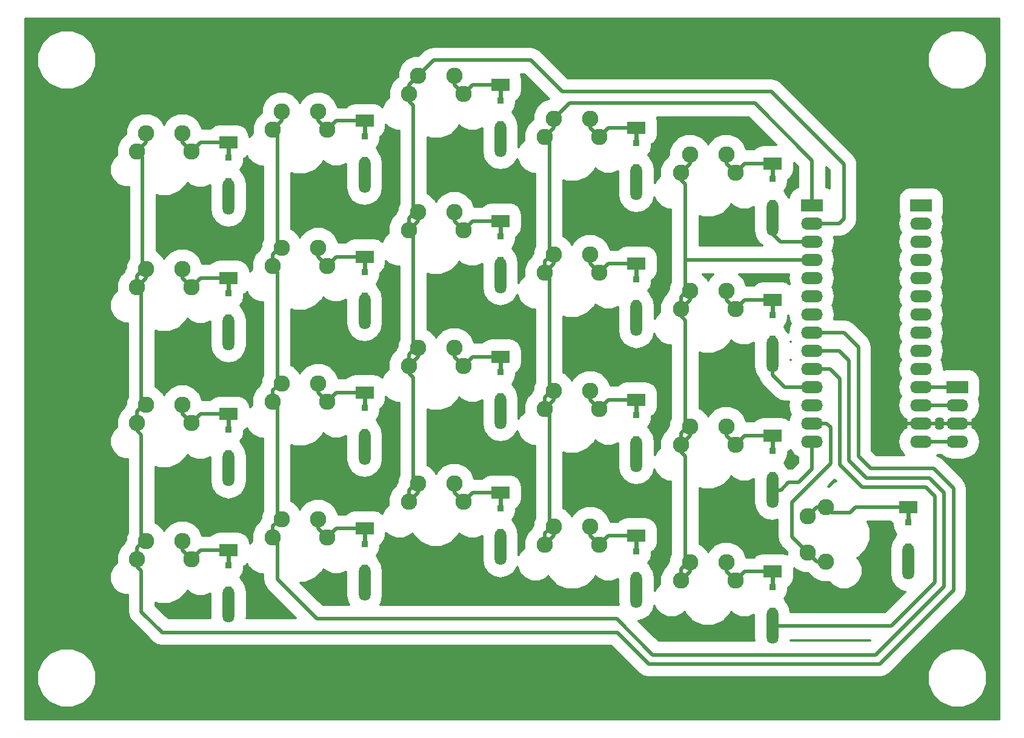
<source format=gbr>
G04 #@! TF.FileFunction,Copper,L1,Top,Signal*
%FSLAX46Y46*%
G04 Gerber Fmt 4.6, Leading zero omitted, Abs format (unit mm)*
G04 Created by KiCad (PCBNEW 4.0.2-stable) date Sunday, July 24, 2016 'PMt' 06:55:19 PM*
%MOMM*%
G01*
G04 APERTURE LIST*
%ADD10C,0.150000*%
%ADD11C,0.609600*%
%ADD12C,2.286000*%
%ADD13O,1.651000X5.000000*%
%ADD14R,2.500000X1.651000*%
%ADD15R,0.838200X0.838200*%
%ADD16R,3.032000X1.727200*%
%ADD17O,3.032000X1.727200*%
%ADD18C,0.500000*%
%ADD19C,0.300000*%
G04 APERTURE END LIST*
D10*
D11*
X48000000Y-31810000D02*
X48000000Y-29663700D01*
X48000000Y-26336300D02*
X48000000Y-24190000D01*
X48000000Y-50810000D02*
X48000000Y-48663700D01*
X48000000Y-45336300D02*
X48000000Y-43190000D01*
X48000000Y-69810000D02*
X48000000Y-67663700D01*
X48000000Y-64336300D02*
X48000000Y-62190000D01*
X48000000Y-88810000D02*
X48000000Y-86663700D01*
X48000000Y-83336300D02*
X48000000Y-81190000D01*
X67000000Y-28810000D02*
X67000000Y-26663700D01*
X67000000Y-23336300D02*
X67000000Y-21190000D01*
X67000000Y-47810000D02*
X67000000Y-45663700D01*
X67000000Y-42336300D02*
X67000000Y-40190000D01*
X67000000Y-66810000D02*
X67000000Y-64663700D01*
X67000000Y-61336300D02*
X67000000Y-59190000D01*
X67000000Y-85810000D02*
X67000000Y-83663700D01*
X67000000Y-80336300D02*
X67000000Y-78190000D01*
X86000000Y-23810000D02*
X86000000Y-21663700D01*
X86000000Y-18336300D02*
X86000000Y-16190000D01*
X86000000Y-42810000D02*
X86000000Y-40663700D01*
X86000000Y-37336300D02*
X86000000Y-35190000D01*
X86000000Y-61810000D02*
X86000000Y-59663700D01*
X86000000Y-56336300D02*
X86000000Y-54190000D01*
X86000000Y-80810000D02*
X86000000Y-78663700D01*
X86000000Y-75336300D02*
X86000000Y-73190000D01*
X105000000Y-29810000D02*
X105000000Y-27663700D01*
X105000000Y-24336300D02*
X105000000Y-22190000D01*
X105000000Y-48810000D02*
X105000000Y-46663700D01*
X105000000Y-43336300D02*
X105000000Y-41190000D01*
X105000000Y-67810000D02*
X105000000Y-65663700D01*
X105000000Y-62336300D02*
X105000000Y-60190000D01*
X105000000Y-86810000D02*
X105000000Y-84663700D01*
X105000000Y-81336300D02*
X105000000Y-79190000D01*
X124000000Y-34810000D02*
X124000000Y-32663700D01*
X124000000Y-29336300D02*
X124000000Y-27190000D01*
X124000000Y-53810000D02*
X124000000Y-51663700D01*
X124000000Y-48336300D02*
X124000000Y-46190000D01*
X124000000Y-72810000D02*
X124000000Y-70663700D01*
X124000000Y-67336300D02*
X124000000Y-65190000D01*
X124000000Y-91810000D02*
X124000000Y-89663700D01*
X124000000Y-86336300D02*
X124000000Y-84190000D01*
X143000000Y-82810000D02*
X143000000Y-80663700D01*
X143000000Y-77336300D02*
X143000000Y-75190000D01*
D12*
X41540000Y-22920000D03*
X42810000Y-25460000D03*
X36460000Y-22920000D03*
X35190000Y-25460000D03*
D13*
X48000000Y-31810000D03*
D14*
X48000000Y-24190000D03*
D15*
X48000000Y-29663700D03*
X48000000Y-26336300D03*
D12*
X41540000Y-41920000D03*
X42810000Y-44460000D03*
X36460000Y-41920000D03*
X35190000Y-44460000D03*
D13*
X48000000Y-50810000D03*
D14*
X48000000Y-43190000D03*
D15*
X48000000Y-48663700D03*
X48000000Y-45336300D03*
D12*
X41540000Y-60920000D03*
X42810000Y-63460000D03*
X36460000Y-60920000D03*
X35190000Y-63460000D03*
D13*
X48000000Y-69810000D03*
D14*
X48000000Y-62190000D03*
D15*
X48000000Y-67663700D03*
X48000000Y-64336300D03*
D12*
X41540000Y-79920000D03*
X42810000Y-82460000D03*
X36460000Y-79920000D03*
X35190000Y-82460000D03*
D13*
X48000000Y-88810000D03*
D14*
X48000000Y-81190000D03*
D15*
X48000000Y-86663700D03*
X48000000Y-83336300D03*
D12*
X60540000Y-19920000D03*
X61810000Y-22460000D03*
X55460000Y-19920000D03*
X54190000Y-22460000D03*
D13*
X67000000Y-28810000D03*
D14*
X67000000Y-21190000D03*
D15*
X67000000Y-26663700D03*
X67000000Y-23336300D03*
D12*
X60540000Y-38920000D03*
X61810000Y-41460000D03*
X55460000Y-38920000D03*
X54190000Y-41460000D03*
D13*
X67000000Y-47810000D03*
D14*
X67000000Y-40190000D03*
D15*
X67000000Y-45663700D03*
X67000000Y-42336300D03*
D12*
X60540000Y-57920000D03*
X61810000Y-60460000D03*
X55460000Y-57920000D03*
X54190000Y-60460000D03*
D13*
X67000000Y-66810000D03*
D14*
X67000000Y-59190000D03*
D15*
X67000000Y-64663700D03*
X67000000Y-61336300D03*
D12*
X60540000Y-76920000D03*
X61810000Y-79460000D03*
X55460000Y-76920000D03*
X54190000Y-79460000D03*
D13*
X67000000Y-85810000D03*
D14*
X67000000Y-78190000D03*
D15*
X67000000Y-83663700D03*
X67000000Y-80336300D03*
D12*
X79540000Y-14920000D03*
X80810000Y-17460000D03*
X74460000Y-14920000D03*
X73190000Y-17460000D03*
D13*
X86000000Y-23810000D03*
D14*
X86000000Y-16190000D03*
D15*
X86000000Y-21663700D03*
X86000000Y-18336300D03*
D12*
X79540000Y-33920000D03*
X80810000Y-36460000D03*
X74460000Y-33920000D03*
X73190000Y-36460000D03*
D13*
X86000000Y-42810000D03*
D14*
X86000000Y-35190000D03*
D15*
X86000000Y-40663700D03*
X86000000Y-37336300D03*
D12*
X79540000Y-52920000D03*
X80810000Y-55460000D03*
X74460000Y-52920000D03*
X73190000Y-55460000D03*
D13*
X86000000Y-61810000D03*
D14*
X86000000Y-54190000D03*
D15*
X86000000Y-59663700D03*
X86000000Y-56336300D03*
D12*
X79540000Y-71920000D03*
X80810000Y-74460000D03*
X74460000Y-71920000D03*
X73190000Y-74460000D03*
D13*
X86000000Y-80810000D03*
D14*
X86000000Y-73190000D03*
D15*
X86000000Y-78663700D03*
X86000000Y-75336300D03*
D12*
X98540000Y-20920000D03*
X99810000Y-23460000D03*
X93460000Y-20920000D03*
X92190000Y-23460000D03*
D13*
X105000000Y-29810000D03*
D14*
X105000000Y-22190000D03*
D15*
X105000000Y-27663700D03*
X105000000Y-24336300D03*
D12*
X98540000Y-39920000D03*
X99810000Y-42460000D03*
X93460000Y-39920000D03*
X92190000Y-42460000D03*
D13*
X105000000Y-48810000D03*
D14*
X105000000Y-41190000D03*
D15*
X105000000Y-46663700D03*
X105000000Y-43336300D03*
D12*
X98540000Y-58920000D03*
X99810000Y-61460000D03*
X93460000Y-58920000D03*
X92190000Y-61460000D03*
D13*
X105000000Y-67810000D03*
D14*
X105000000Y-60190000D03*
D15*
X105000000Y-65663700D03*
X105000000Y-62336300D03*
D12*
X98540000Y-77920000D03*
X99810000Y-80460000D03*
X93460000Y-77920000D03*
X92190000Y-80460000D03*
D13*
X105000000Y-86810000D03*
D14*
X105000000Y-79190000D03*
D15*
X105000000Y-84663700D03*
X105000000Y-81336300D03*
D12*
X117540000Y-25920000D03*
X118810000Y-28460000D03*
X112460000Y-25920000D03*
X111190000Y-28460000D03*
D13*
X124000000Y-34810000D03*
D14*
X124000000Y-27190000D03*
D15*
X124000000Y-32663700D03*
X124000000Y-29336300D03*
D12*
X117540000Y-44920000D03*
X118810000Y-47460000D03*
X112460000Y-44920000D03*
X111190000Y-47460000D03*
D13*
X124000000Y-53810000D03*
D14*
X124000000Y-46190000D03*
D15*
X124000000Y-51663700D03*
X124000000Y-48336300D03*
D12*
X117540000Y-63920000D03*
X118810000Y-66460000D03*
X112460000Y-63920000D03*
X111190000Y-66460000D03*
D13*
X124000000Y-72810000D03*
D14*
X124000000Y-65190000D03*
D15*
X124000000Y-70663700D03*
X124000000Y-67336300D03*
D12*
X117540000Y-82920000D03*
X118810000Y-85460000D03*
X112460000Y-82920000D03*
X111190000Y-85460000D03*
D13*
X124000000Y-91810000D03*
D14*
X124000000Y-84190000D03*
D15*
X124000000Y-89663700D03*
X124000000Y-86336300D03*
D12*
X128920000Y-76460000D03*
X131460000Y-75190000D03*
X128920000Y-81540000D03*
X131460000Y-82810000D03*
D13*
X143000000Y-82810000D03*
D14*
X143000000Y-75190000D03*
D15*
X143000000Y-80663700D03*
X143000000Y-77336300D03*
D16*
X129540000Y-33020000D03*
D17*
X129540000Y-35560000D03*
X129540000Y-38100000D03*
X129540000Y-40640000D03*
X129540000Y-43180000D03*
X129540000Y-45720000D03*
X129540000Y-48260000D03*
X129540000Y-50800000D03*
X129540000Y-53340000D03*
X129540000Y-55880000D03*
X129540000Y-58420000D03*
X129540000Y-60960000D03*
X129540000Y-63500000D03*
X129540000Y-66040000D03*
D16*
X144780000Y-33020000D03*
D17*
X144780000Y-35560000D03*
X144780000Y-38100000D03*
X144780000Y-40640000D03*
X144780000Y-43180000D03*
X144780000Y-45720000D03*
X144780000Y-48260000D03*
X144780000Y-50800000D03*
X144780000Y-53340000D03*
X144780000Y-55880000D03*
X144780000Y-58420000D03*
X144780000Y-60960000D03*
X144780000Y-63500000D03*
X144780000Y-66040000D03*
D16*
X149860000Y-58420000D03*
D17*
X149860000Y-60960000D03*
X149860000Y-63500000D03*
X149860000Y-66040000D03*
D18*
X124000000Y-37005000D02*
X125095000Y-38100000D01*
X125095000Y-38100000D02*
X129540000Y-38100000D01*
X124000000Y-34810000D02*
X124000000Y-37005000D01*
X124000000Y-56690000D02*
X125730000Y-58420000D01*
X125730000Y-58420000D02*
X129540000Y-58420000D01*
X124000000Y-53810000D02*
X124000000Y-56690000D01*
X127635000Y-71755000D02*
X129540000Y-69850000D01*
X129540000Y-69850000D02*
X129540000Y-66040000D01*
X126222433Y-71755000D02*
X127635000Y-71755000D01*
X124000000Y-72810000D02*
X125167433Y-72810000D01*
X125167433Y-72810000D02*
X126222433Y-71755000D01*
X129540000Y-55880000D02*
X132080000Y-55880000D01*
X133406020Y-69271020D02*
X136525000Y-72390000D01*
X136525000Y-72390000D02*
X145415000Y-72390000D01*
X132080000Y-55880000D02*
X133406020Y-57206020D01*
X146685000Y-85725000D02*
X140600000Y-91810000D01*
X133406020Y-57206020D02*
X133406020Y-69271020D01*
X145415000Y-72390000D02*
X146685000Y-73660000D01*
X140600000Y-91810000D02*
X136775742Y-91810000D01*
X146685000Y-73660000D02*
X146685000Y-85725000D01*
X136775742Y-91810000D02*
X124000000Y-91810000D01*
X131556000Y-55880000D02*
X129540000Y-55880000D01*
X129540000Y-50800000D02*
X133985000Y-50800000D01*
X133985000Y-50800000D02*
X136006040Y-52821040D01*
X149285020Y-72583038D02*
X149285020Y-86801961D01*
X136006040Y-52821040D02*
X136006040Y-68061040D01*
X136006040Y-68061040D02*
X137734980Y-69789980D01*
X137734980Y-69789980D02*
X146491962Y-69789980D01*
X106710009Y-97118500D02*
X102301510Y-92710000D01*
X38735000Y-92710000D02*
X35820901Y-89795901D01*
X146491962Y-69789980D02*
X149285020Y-72583038D01*
X149285020Y-86801961D02*
X138968481Y-97118500D01*
X138968481Y-97118500D02*
X106710009Y-97118500D01*
X102301510Y-92710000D02*
X38735000Y-92710000D01*
X35820901Y-89795901D02*
X35820901Y-84087567D01*
X35820901Y-84087567D02*
X35190000Y-83456666D01*
X35190000Y-83456666D02*
X35190000Y-82460000D01*
X35190000Y-63460000D02*
X35190000Y-64456666D01*
X35190000Y-64456666D02*
X35820901Y-65087567D01*
X35820901Y-80212653D02*
X35190000Y-80843554D01*
X35190000Y-80843554D02*
X35190000Y-82460000D01*
X35820901Y-65087567D02*
X35820901Y-80212653D01*
X35190000Y-44460000D02*
X35820901Y-45090901D01*
X35820901Y-45090901D02*
X35820901Y-61212653D01*
X35820901Y-61212653D02*
X35190000Y-61843554D01*
X35190000Y-61843554D02*
X35190000Y-63460000D01*
X35190000Y-25460000D02*
X35956099Y-26226099D01*
X35956099Y-26226099D02*
X35956099Y-42077455D01*
X35956099Y-42077455D02*
X35190000Y-42843554D01*
X35190000Y-42843554D02*
X35190000Y-44460000D01*
X36460000Y-41920000D02*
X36460000Y-43190000D01*
X36460000Y-43190000D02*
X35190000Y-44460000D01*
X36460000Y-22920000D02*
X36460000Y-24190000D01*
X36460000Y-24190000D02*
X35190000Y-25460000D01*
X129540000Y-53340000D02*
X133350000Y-53340000D01*
X134706030Y-68666030D02*
X137129990Y-71089990D01*
X133350000Y-53340000D02*
X134706030Y-54696030D01*
X107248490Y-95818490D02*
X102235000Y-90805000D01*
X134706030Y-54696030D02*
X134706030Y-68666030D01*
X102235000Y-90805000D02*
X60325000Y-90805000D01*
X137129990Y-71089990D02*
X145953481Y-71089990D01*
X147985010Y-86263480D02*
X138430000Y-95818490D01*
X145953481Y-71089990D02*
X147985010Y-73121519D01*
X147985010Y-73121519D02*
X147985010Y-86263480D01*
X138430000Y-95818490D02*
X107248490Y-95818490D01*
X60325000Y-90805000D02*
X54820901Y-85300901D01*
X54820901Y-85300901D02*
X54820901Y-80090901D01*
X54820901Y-80090901D02*
X54190000Y-79460000D01*
X54190000Y-60460000D02*
X54820901Y-61090901D01*
X54820901Y-61090901D02*
X54820901Y-77212653D01*
X54820901Y-77212653D02*
X54190000Y-77843554D01*
X54190000Y-77843554D02*
X54190000Y-79460000D01*
X54190000Y-41460000D02*
X54190000Y-41741532D01*
X54190000Y-41741532D02*
X54820901Y-42372433D01*
X54820901Y-42372433D02*
X54820901Y-58212653D01*
X54190000Y-58843554D02*
X54190000Y-60460000D01*
X54820901Y-58212653D02*
X54190000Y-58843554D01*
X54190000Y-22460000D02*
X54820901Y-23090901D01*
X54820901Y-23090901D02*
X54820901Y-39212653D01*
X54820901Y-39212653D02*
X54190000Y-39843554D01*
X54190000Y-39843554D02*
X54190000Y-41460000D01*
X55460000Y-19920000D02*
X55460000Y-21190000D01*
X55460000Y-21190000D02*
X54190000Y-22460000D01*
X74460000Y-14920000D02*
X76653001Y-12726999D01*
X76653001Y-12726999D02*
X90196999Y-12726999D01*
X133985000Y-27305000D02*
X133985000Y-34925000D01*
X90196999Y-12726999D02*
X94615000Y-17145000D01*
X123825000Y-17145000D02*
X133985000Y-27305000D01*
X94615000Y-17145000D02*
X123825000Y-17145000D01*
X133985000Y-34925000D02*
X133350000Y-35560000D01*
X133350000Y-35560000D02*
X129540000Y-35560000D01*
X73190000Y-55460000D02*
X73190000Y-56456666D01*
X73190000Y-56456666D02*
X73820901Y-57087567D01*
X73820901Y-57087567D02*
X73820901Y-72212653D01*
X73820901Y-72212653D02*
X73190000Y-72843554D01*
X73190000Y-72843554D02*
X73190000Y-74460000D01*
X73190000Y-36460000D02*
X73820901Y-37090901D01*
X73820901Y-37090901D02*
X73820901Y-53212653D01*
X73820901Y-53212653D02*
X73190000Y-53843554D01*
X73190000Y-53843554D02*
X73190000Y-55460000D01*
X74460000Y-71920000D02*
X74460000Y-73190000D01*
X74460000Y-73190000D02*
X73190000Y-74460000D01*
X74460000Y-52920000D02*
X74460000Y-54190000D01*
X74460000Y-54190000D02*
X73190000Y-55460000D01*
X74460000Y-33920000D02*
X74460000Y-35190000D01*
X74460000Y-35190000D02*
X73190000Y-36460000D01*
X73190000Y-17460000D02*
X73190000Y-16190000D01*
X73190000Y-16190000D02*
X74460000Y-14920000D01*
X73190000Y-17460000D02*
X73190000Y-18456666D01*
X73190000Y-18456666D02*
X73820901Y-19087567D01*
X73820901Y-19087567D02*
X73820901Y-34212653D01*
X73820901Y-34212653D02*
X73190000Y-34843554D01*
X73190000Y-34843554D02*
X73190000Y-36460000D01*
X129540000Y-33020000D02*
X129540000Y-26736509D01*
X129540000Y-26736509D02*
X121530490Y-18726999D01*
X121530490Y-18726999D02*
X95653001Y-18726999D01*
X95653001Y-18726999D02*
X93460000Y-20920000D01*
X92190000Y-61460000D02*
X92820901Y-62090901D01*
X92820901Y-62090901D02*
X92820901Y-78212653D01*
X92820901Y-78212653D02*
X92190000Y-78843554D01*
X92190000Y-78843554D02*
X92190000Y-80460000D01*
X92190000Y-42460000D02*
X92820901Y-43090901D01*
X92820901Y-43090901D02*
X92820901Y-59212653D01*
X92820901Y-59212653D02*
X92190000Y-59843554D01*
X92190000Y-59843554D02*
X92190000Y-61460000D01*
X92190000Y-23460000D02*
X92820901Y-24090901D01*
X92820901Y-24090901D02*
X92820901Y-40212653D01*
X92820901Y-40212653D02*
X92190000Y-40843554D01*
X92190000Y-40843554D02*
X92190000Y-42460000D01*
X93460000Y-77920000D02*
X93460000Y-79190000D01*
X93460000Y-79190000D02*
X92190000Y-80460000D01*
X93460000Y-58920000D02*
X93460000Y-60190000D01*
X93460000Y-60190000D02*
X92190000Y-61460000D01*
X93460000Y-39920000D02*
X93460000Y-41190000D01*
X93460000Y-41190000D02*
X92190000Y-42460000D01*
X93460000Y-20920000D02*
X93460000Y-22190000D01*
X93460000Y-22190000D02*
X92190000Y-23460000D01*
X111820901Y-30087567D02*
X111820901Y-40640000D01*
X111820901Y-40640000D02*
X111820901Y-45212653D01*
X129540000Y-40640000D02*
X111820901Y-40640000D01*
X112460000Y-25920000D02*
X112460000Y-27190000D01*
X112460000Y-27190000D02*
X111190000Y-28460000D01*
X112460000Y-44920000D02*
X112460000Y-46190000D01*
X112460000Y-46190000D02*
X111190000Y-47460000D01*
X112460000Y-63920000D02*
X112460000Y-65190000D01*
X112460000Y-65190000D02*
X111190000Y-66460000D01*
X112460000Y-82920000D02*
X112460000Y-84190000D01*
X112460000Y-84190000D02*
X111190000Y-85460000D01*
X111190000Y-66460000D02*
X111190000Y-67456666D01*
X111820901Y-68087567D02*
X111820901Y-83212653D01*
X111190000Y-67456666D02*
X111820901Y-68087567D01*
X111820901Y-83212653D02*
X111190000Y-83843554D01*
X111190000Y-83843554D02*
X111190000Y-85460000D01*
X111190000Y-47460000D02*
X111190000Y-48456666D01*
X111190000Y-48456666D02*
X111820901Y-49087567D01*
X111820901Y-49087567D02*
X111820901Y-64212653D01*
X111190000Y-64843554D02*
X111190000Y-66460000D01*
X111820901Y-64212653D02*
X111190000Y-64843554D01*
X111190000Y-28460000D02*
X111190000Y-29456666D01*
X111190000Y-29456666D02*
X111820901Y-30087567D01*
X111190000Y-45843554D02*
X111190000Y-47460000D01*
X111820901Y-45212653D02*
X111190000Y-45843554D01*
X128920000Y-81540000D02*
X126726999Y-79346999D01*
X126726999Y-79346999D02*
X126726999Y-74501491D01*
X126726999Y-74501491D02*
X132106010Y-69122480D01*
X132106010Y-69122480D02*
X132106010Y-64050010D01*
X132106010Y-64050010D02*
X131556000Y-63500000D01*
X131556000Y-63500000D02*
X129540000Y-63500000D01*
X131460000Y-82810000D02*
X130190000Y-82810000D01*
X130190000Y-82810000D02*
X128920000Y-81540000D01*
X42810000Y-25460000D02*
X44080000Y-24190000D01*
X44080000Y-24190000D02*
X48000000Y-24190000D01*
X41540000Y-22920000D02*
X41540000Y-24190000D01*
X41540000Y-24190000D02*
X42810000Y-25460000D01*
X42810000Y-44460000D02*
X44080000Y-43190000D01*
X44080000Y-43190000D02*
X48000000Y-43190000D01*
X41540000Y-41920000D02*
X41540000Y-43190000D01*
X41540000Y-43190000D02*
X42810000Y-44460000D01*
X41540000Y-60920000D02*
X41540000Y-62190000D01*
X41540000Y-62190000D02*
X42810000Y-63460000D01*
X42810000Y-63460000D02*
X44080000Y-62190000D01*
X44080000Y-62190000D02*
X48000000Y-62190000D01*
X41540000Y-79920000D02*
X41540000Y-81190000D01*
X41540000Y-81190000D02*
X42810000Y-82460000D01*
X42810000Y-82460000D02*
X44080000Y-81190000D01*
X44080000Y-81190000D02*
X48000000Y-81190000D01*
X61810000Y-22460000D02*
X63080000Y-21190000D01*
X63080000Y-21190000D02*
X67000000Y-21190000D01*
X60540000Y-19920000D02*
X60540000Y-21190000D01*
X60540000Y-21190000D02*
X61810000Y-22460000D01*
X61810000Y-41460000D02*
X63080000Y-40190000D01*
X63080000Y-40190000D02*
X67000000Y-40190000D01*
X60540000Y-38920000D02*
X60540000Y-40190000D01*
X60540000Y-40190000D02*
X61810000Y-41460000D01*
X61810000Y-60460000D02*
X63080000Y-59190000D01*
X63080000Y-59190000D02*
X67000000Y-59190000D01*
X60540000Y-57920000D02*
X60540000Y-59190000D01*
X60540000Y-59190000D02*
X61810000Y-60460000D01*
X60540000Y-76920000D02*
X60540000Y-78190000D01*
X60540000Y-78190000D02*
X61810000Y-79460000D01*
X61810000Y-79460000D02*
X63080000Y-78190000D01*
X63080000Y-78190000D02*
X67000000Y-78190000D01*
X80810000Y-17460000D02*
X82080000Y-16190000D01*
X82080000Y-16190000D02*
X86000000Y-16190000D01*
X79540000Y-14920000D02*
X79540000Y-16190000D01*
X79540000Y-16190000D02*
X80810000Y-17460000D01*
X80810000Y-36460000D02*
X82080000Y-35190000D01*
X82080000Y-35190000D02*
X86000000Y-35190000D01*
X79540000Y-33920000D02*
X79540000Y-35190000D01*
X79540000Y-35190000D02*
X80810000Y-36460000D01*
X80810000Y-55460000D02*
X82080000Y-54190000D01*
X82080000Y-54190000D02*
X86000000Y-54190000D01*
X79540000Y-52920000D02*
X79540000Y-54190000D01*
X79540000Y-54190000D02*
X80810000Y-55460000D01*
X80810000Y-74460000D02*
X82080000Y-73190000D01*
X82080000Y-73190000D02*
X86000000Y-73190000D01*
X79540000Y-71920000D02*
X79540000Y-73190000D01*
X79540000Y-73190000D02*
X80810000Y-74460000D01*
X99810000Y-23460000D02*
X101080000Y-22190000D01*
X101080000Y-22190000D02*
X105000000Y-22190000D01*
X98540000Y-20920000D02*
X98540000Y-22190000D01*
X98540000Y-22190000D02*
X99810000Y-23460000D01*
X99810000Y-42460000D02*
X101080000Y-41190000D01*
X101080000Y-41190000D02*
X105000000Y-41190000D01*
X98540000Y-39920000D02*
X98540000Y-41190000D01*
X98540000Y-41190000D02*
X99810000Y-42460000D01*
X99810000Y-61460000D02*
X101080000Y-60190000D01*
X101080000Y-60190000D02*
X105000000Y-60190000D01*
X98540000Y-58920000D02*
X98540000Y-60190000D01*
X98540000Y-60190000D02*
X99810000Y-61460000D01*
X99810000Y-80460000D02*
X101080000Y-79190000D01*
X101080000Y-79190000D02*
X105000000Y-79190000D01*
X98540000Y-77920000D02*
X98540000Y-79190000D01*
X98540000Y-79190000D02*
X99810000Y-80460000D01*
X118810000Y-28460000D02*
X120080000Y-27190000D01*
X120080000Y-27190000D02*
X124000000Y-27190000D01*
X117540000Y-25920000D02*
X117540000Y-27190000D01*
X117540000Y-27190000D02*
X118810000Y-28460000D01*
X118810000Y-47460000D02*
X120080000Y-46190000D01*
X120080000Y-46190000D02*
X124000000Y-46190000D01*
X117540000Y-44920000D02*
X117540000Y-46190000D01*
X117540000Y-46190000D02*
X118810000Y-47460000D01*
X118810000Y-66460000D02*
X120080000Y-65190000D01*
X120080000Y-65190000D02*
X124000000Y-65190000D01*
X117540000Y-63920000D02*
X117540000Y-65190000D01*
X117540000Y-65190000D02*
X118810000Y-66460000D01*
X117540000Y-82920000D02*
X117540000Y-84190000D01*
X117540000Y-84190000D02*
X118810000Y-85460000D01*
X118810000Y-85460000D02*
X120080000Y-84190000D01*
X120080000Y-84190000D02*
X124000000Y-84190000D01*
X143000000Y-75190000D02*
X135630000Y-75190000D01*
X135630000Y-75190000D02*
X134863901Y-75956099D01*
X134863901Y-75956099D02*
X132226099Y-75956099D01*
X132226099Y-75956099D02*
X131460000Y-75190000D01*
X131460000Y-75190000D02*
X130190000Y-75190000D01*
X130190000Y-75190000D02*
X128920000Y-76460000D01*
X144780000Y-66040000D02*
X149860000Y-66040000D01*
X149860000Y-63500000D02*
X153924000Y-63500000D01*
X149860000Y-63500000D02*
X153670000Y-63500000D01*
X144780000Y-63500000D02*
X149860000Y-63500000D01*
X144780000Y-58420000D02*
X149860000Y-58420000D01*
X144780000Y-60960000D02*
X149860000Y-60960000D01*
D19*
G36*
X155639500Y-104839500D02*
X19620500Y-104839500D01*
X19620500Y-99881864D01*
X21249282Y-99881864D01*
X21879750Y-101407715D01*
X23046145Y-102576147D01*
X24570892Y-103209278D01*
X26221864Y-103210718D01*
X27747715Y-102580250D01*
X28916147Y-101413855D01*
X29549278Y-99889108D01*
X29549284Y-99881864D01*
X145709282Y-99881864D01*
X146339750Y-101407715D01*
X147506145Y-102576147D01*
X149030892Y-103209278D01*
X150681864Y-103210718D01*
X152207715Y-102580250D01*
X153376147Y-101413855D01*
X154009278Y-99889108D01*
X154010718Y-98238136D01*
X153380250Y-96712285D01*
X152213855Y-95543853D01*
X150689108Y-94910722D01*
X149038136Y-94909282D01*
X147512285Y-95539750D01*
X146343853Y-96706145D01*
X145710722Y-98230892D01*
X145709282Y-99881864D01*
X29549284Y-99881864D01*
X29550718Y-98238136D01*
X28920250Y-96712285D01*
X27753855Y-95543853D01*
X26229108Y-94910722D01*
X24578136Y-94909282D01*
X23052285Y-95539750D01*
X21883853Y-96706145D01*
X21250722Y-98230892D01*
X21249282Y-99881864D01*
X19620500Y-99881864D01*
X19620500Y-28495277D01*
X31418666Y-28495277D01*
X31798604Y-29414796D01*
X32501504Y-30118924D01*
X33420358Y-30500465D01*
X34056099Y-30501020D01*
X34056099Y-40426118D01*
X33667486Y-41362001D01*
X33667131Y-41768491D01*
X33434629Y-42116455D01*
X33397549Y-42302870D01*
X32823591Y-42875827D01*
X32397486Y-43902001D01*
X32396539Y-44987080D01*
X31801076Y-45581504D01*
X31419535Y-46500358D01*
X31418666Y-47495277D01*
X31798604Y-48414796D01*
X32501504Y-49118924D01*
X33420358Y-49500465D01*
X33920901Y-49500902D01*
X33920901Y-59751710D01*
X33667486Y-60362001D01*
X33667131Y-60768491D01*
X33434629Y-61116455D01*
X33397549Y-61302870D01*
X32823591Y-61875827D01*
X32397486Y-62902001D01*
X32396539Y-63987080D01*
X31801076Y-64581504D01*
X31419535Y-65500358D01*
X31418666Y-66495277D01*
X31798604Y-67414796D01*
X32501504Y-68118924D01*
X33420358Y-68500465D01*
X33920901Y-68500902D01*
X33920901Y-78751710D01*
X33667486Y-79362001D01*
X33667131Y-79768491D01*
X33434629Y-80116455D01*
X33397549Y-80302870D01*
X32823591Y-80875827D01*
X32397486Y-81902001D01*
X32396539Y-82987080D01*
X31801076Y-83581504D01*
X31419535Y-84500358D01*
X31418666Y-85495277D01*
X31798604Y-86414796D01*
X32501504Y-87118924D01*
X33420358Y-87500465D01*
X33920901Y-87500902D01*
X33920901Y-89795901D01*
X34065530Y-90523000D01*
X34285940Y-90852867D01*
X34477398Y-91139404D01*
X37391497Y-94053503D01*
X38007901Y-94465371D01*
X38735000Y-94610000D01*
X101514504Y-94610000D01*
X105366506Y-98462003D01*
X105982910Y-98873871D01*
X106710009Y-99018500D01*
X138968481Y-99018500D01*
X139695580Y-98873871D01*
X140311984Y-98462003D01*
X150628523Y-88145464D01*
X150664949Y-88090949D01*
X151040391Y-87529060D01*
X151185020Y-86801961D01*
X151185020Y-72583043D01*
X151185021Y-72583038D01*
X151040392Y-71855940D01*
X150628523Y-71239535D01*
X147835465Y-68446477D01*
X147706043Y-68360000D01*
X147219061Y-68034609D01*
X147009188Y-67992863D01*
X147088302Y-67940000D01*
X147551698Y-67940000D01*
X148183661Y-68362264D01*
X149145574Y-68553600D01*
X150574426Y-68553600D01*
X151536339Y-68362264D01*
X152351810Y-67817384D01*
X152896690Y-67001913D01*
X153088026Y-66040000D01*
X152896690Y-65078087D01*
X152351810Y-64262616D01*
X151952477Y-63995790D01*
X151957974Y-63986207D01*
X151995483Y-63840194D01*
X151865509Y-63604000D01*
X150964548Y-63604000D01*
X150574426Y-63526400D01*
X149145574Y-63526400D01*
X148755452Y-63604000D01*
X147854491Y-63604000D01*
X147724517Y-63840194D01*
X147762026Y-63986207D01*
X147767523Y-63995790D01*
X147551698Y-64140000D01*
X147088302Y-64140000D01*
X146872477Y-63995790D01*
X146877974Y-63986207D01*
X146915483Y-63840194D01*
X146785509Y-63604000D01*
X145884548Y-63604000D01*
X145494426Y-63526400D01*
X144065574Y-63526400D01*
X143675452Y-63604000D01*
X142774491Y-63604000D01*
X142644517Y-63840194D01*
X142682026Y-63986207D01*
X142687523Y-63995790D01*
X142288190Y-64262616D01*
X141743310Y-65078087D01*
X141551974Y-66040000D01*
X141743310Y-67001913D01*
X142288190Y-67817384D01*
X142396838Y-67889980D01*
X138521986Y-67889980D01*
X137906040Y-67274034D01*
X137906040Y-52821040D01*
X137761411Y-52093941D01*
X137349543Y-51477537D01*
X135328503Y-49456497D01*
X135184085Y-49360000D01*
X134712099Y-49044629D01*
X133985000Y-48900000D01*
X132640722Y-48900000D01*
X132768026Y-48260000D01*
X132576690Y-47298087D01*
X132370833Y-46990000D01*
X132576690Y-46681913D01*
X132768026Y-45720000D01*
X132576690Y-44758087D01*
X132370833Y-44450000D01*
X132576690Y-44141913D01*
X132768026Y-43180000D01*
X132576690Y-42218087D01*
X132370833Y-41910000D01*
X132576690Y-41601913D01*
X132768026Y-40640000D01*
X132576690Y-39678087D01*
X132370833Y-39370000D01*
X132576690Y-39061913D01*
X132768026Y-38100000D01*
X132640722Y-37460000D01*
X133350000Y-37460000D01*
X134077099Y-37315371D01*
X134693503Y-36903503D01*
X135328503Y-36268503D01*
X135740372Y-35652098D01*
X135758691Y-35560000D01*
X141551974Y-35560000D01*
X141743310Y-36521913D01*
X141949167Y-36830000D01*
X141743310Y-37138087D01*
X141551974Y-38100000D01*
X141743310Y-39061913D01*
X141949167Y-39370000D01*
X141743310Y-39678087D01*
X141551974Y-40640000D01*
X141743310Y-41601913D01*
X141949167Y-41910000D01*
X141743310Y-42218087D01*
X141551974Y-43180000D01*
X141743310Y-44141913D01*
X141949167Y-44450000D01*
X141743310Y-44758087D01*
X141551974Y-45720000D01*
X141743310Y-46681913D01*
X141949167Y-46990000D01*
X141743310Y-47298087D01*
X141551974Y-48260000D01*
X141743310Y-49221913D01*
X141949167Y-49530000D01*
X141743310Y-49838087D01*
X141551974Y-50800000D01*
X141743310Y-51761913D01*
X141949167Y-52070000D01*
X141743310Y-52378087D01*
X141551974Y-53340000D01*
X141743310Y-54301913D01*
X141949167Y-54610000D01*
X141743310Y-54918087D01*
X141551974Y-55880000D01*
X141743310Y-56841913D01*
X141949167Y-57150000D01*
X141743310Y-57458087D01*
X141551974Y-58420000D01*
X141743310Y-59381913D01*
X141949167Y-59690000D01*
X141743310Y-59998087D01*
X141551974Y-60960000D01*
X141743310Y-61921913D01*
X142288190Y-62737384D01*
X142687523Y-63004210D01*
X142682026Y-63013793D01*
X142644517Y-63159806D01*
X142774491Y-63396000D01*
X143675452Y-63396000D01*
X144065574Y-63473600D01*
X145494426Y-63473600D01*
X145884548Y-63396000D01*
X146785509Y-63396000D01*
X146915483Y-63159806D01*
X146877974Y-63013793D01*
X146872477Y-63004210D01*
X147088302Y-62860000D01*
X147551698Y-62860000D01*
X147767523Y-63004210D01*
X147762026Y-63013793D01*
X147724517Y-63159806D01*
X147854491Y-63396000D01*
X148755452Y-63396000D01*
X149145574Y-63473600D01*
X150574426Y-63473600D01*
X150964548Y-63396000D01*
X151865509Y-63396000D01*
X151995483Y-63159806D01*
X151957974Y-63013793D01*
X151952477Y-63004210D01*
X152351810Y-62737384D01*
X152896690Y-61921913D01*
X153088026Y-60960000D01*
X152896690Y-59998087D01*
X152890815Y-59989295D01*
X152925782Y-59938119D01*
X153058325Y-59283600D01*
X153058325Y-57556400D01*
X152943272Y-56944947D01*
X152581904Y-56383364D01*
X152030519Y-56006618D01*
X151376000Y-55874075D01*
X148344000Y-55874075D01*
X147996187Y-55939521D01*
X148008026Y-55880000D01*
X147816690Y-54918087D01*
X147610833Y-54610000D01*
X147816690Y-54301913D01*
X148008026Y-53340000D01*
X147816690Y-52378087D01*
X147610833Y-52070000D01*
X147816690Y-51761913D01*
X148008026Y-50800000D01*
X147816690Y-49838087D01*
X147610833Y-49530000D01*
X147816690Y-49221913D01*
X148008026Y-48260000D01*
X147816690Y-47298087D01*
X147610833Y-46990000D01*
X147816690Y-46681913D01*
X148008026Y-45720000D01*
X147816690Y-44758087D01*
X147610833Y-44450000D01*
X147816690Y-44141913D01*
X148008026Y-43180000D01*
X147816690Y-42218087D01*
X147610833Y-41910000D01*
X147816690Y-41601913D01*
X148008026Y-40640000D01*
X147816690Y-39678087D01*
X147610833Y-39370000D01*
X147816690Y-39061913D01*
X148008026Y-38100000D01*
X147816690Y-37138087D01*
X147610833Y-36830000D01*
X147816690Y-36521913D01*
X148008026Y-35560000D01*
X147816690Y-34598087D01*
X147810815Y-34589295D01*
X147845782Y-34538119D01*
X147978325Y-33883600D01*
X147978325Y-32156400D01*
X147863272Y-31544947D01*
X147501904Y-30983364D01*
X146950519Y-30606618D01*
X146296000Y-30474075D01*
X143264000Y-30474075D01*
X142652547Y-30589128D01*
X142090964Y-30950496D01*
X141714218Y-31501881D01*
X141581675Y-32156400D01*
X141581675Y-33883600D01*
X141696728Y-34495053D01*
X141753355Y-34583054D01*
X141743310Y-34598087D01*
X141551974Y-35560000D01*
X135758691Y-35560000D01*
X135885000Y-34925000D01*
X135885000Y-27305000D01*
X135847987Y-27118924D01*
X135740372Y-26577902D01*
X135328503Y-25961497D01*
X125168503Y-15801497D01*
X125023530Y-15704629D01*
X124552099Y-15389629D01*
X123825000Y-15245000D01*
X95402006Y-15245000D01*
X93678870Y-13521864D01*
X145709282Y-13521864D01*
X146339750Y-15047715D01*
X147506145Y-16216147D01*
X149030892Y-16849278D01*
X150681864Y-16850718D01*
X152207715Y-16220250D01*
X153376147Y-15053855D01*
X154009278Y-13529108D01*
X154010718Y-11878136D01*
X153380250Y-10352285D01*
X152213855Y-9183853D01*
X150689108Y-8550722D01*
X149038136Y-8549282D01*
X147512285Y-9179750D01*
X146343853Y-10346145D01*
X145710722Y-11870892D01*
X145709282Y-13521864D01*
X93678870Y-13521864D01*
X91540502Y-11383496D01*
X90924098Y-10971628D01*
X90196999Y-10826999D01*
X76653001Y-10826999D01*
X75925903Y-10971627D01*
X75309498Y-11383496D01*
X74565903Y-12127091D01*
X73906875Y-12126516D01*
X72879960Y-12550829D01*
X72093591Y-13335827D01*
X71667486Y-14362001D01*
X71666870Y-15067314D01*
X71609960Y-15090829D01*
X70823591Y-15875827D01*
X70397486Y-16902001D01*
X70396539Y-17987080D01*
X69801076Y-18581504D01*
X69511757Y-19278262D01*
X69455904Y-19191464D01*
X68904519Y-18814718D01*
X68250000Y-18682175D01*
X65750000Y-18682175D01*
X65138547Y-18797228D01*
X64576964Y-19158596D01*
X64487179Y-19290000D01*
X63301720Y-19290000D01*
X62909171Y-18339960D01*
X62124173Y-17553591D01*
X61097999Y-17127486D01*
X59986875Y-17126516D01*
X58959960Y-17550829D01*
X58173591Y-18335827D01*
X58000100Y-18753639D01*
X57829171Y-18339960D01*
X57044173Y-17553591D01*
X56017999Y-17127486D01*
X54906875Y-17126516D01*
X53879960Y-17550829D01*
X53093591Y-18335827D01*
X52667486Y-19362001D01*
X52666870Y-20067314D01*
X52609960Y-20090829D01*
X51823591Y-20875827D01*
X51397486Y-21902001D01*
X51396539Y-22987080D01*
X50932325Y-23450484D01*
X50932325Y-23364500D01*
X50817272Y-22753047D01*
X50455904Y-22191464D01*
X49904519Y-21814718D01*
X49250000Y-21682175D01*
X46750000Y-21682175D01*
X46138547Y-21797228D01*
X45576964Y-22158596D01*
X45487179Y-22290000D01*
X44301720Y-22290000D01*
X43909171Y-21339960D01*
X43124173Y-20553591D01*
X42097999Y-20127486D01*
X40986875Y-20126516D01*
X39959960Y-20550829D01*
X39173591Y-21335827D01*
X39000100Y-21753639D01*
X38829171Y-21339960D01*
X38044173Y-20553591D01*
X37017999Y-20127486D01*
X35906875Y-20126516D01*
X34879960Y-20550829D01*
X34093591Y-21335827D01*
X33667486Y-22362001D01*
X33666870Y-23067314D01*
X33609960Y-23090829D01*
X32823591Y-23875827D01*
X32397486Y-24902001D01*
X32396539Y-25987080D01*
X31801076Y-26581504D01*
X31419535Y-27500358D01*
X31418666Y-28495277D01*
X19620500Y-28495277D01*
X19620500Y-13521864D01*
X21249282Y-13521864D01*
X21879750Y-15047715D01*
X23046145Y-16216147D01*
X24570892Y-16849278D01*
X26221864Y-16850718D01*
X27747715Y-16220250D01*
X28916147Y-15053855D01*
X29549278Y-13529108D01*
X29550718Y-11878136D01*
X28920250Y-10352285D01*
X27753855Y-9183853D01*
X26229108Y-8550722D01*
X24578136Y-8549282D01*
X23052285Y-9179750D01*
X21883853Y-10346145D01*
X21250722Y-11870892D01*
X21249282Y-13521864D01*
X19620500Y-13521864D01*
X19620500Y-6920500D01*
X155639500Y-6920500D01*
X155639500Y-104839500D01*
X155639500Y-104839500D01*
G37*
X155639500Y-104839500D02*
X19620500Y-104839500D01*
X19620500Y-99881864D01*
X21249282Y-99881864D01*
X21879750Y-101407715D01*
X23046145Y-102576147D01*
X24570892Y-103209278D01*
X26221864Y-103210718D01*
X27747715Y-102580250D01*
X28916147Y-101413855D01*
X29549278Y-99889108D01*
X29549284Y-99881864D01*
X145709282Y-99881864D01*
X146339750Y-101407715D01*
X147506145Y-102576147D01*
X149030892Y-103209278D01*
X150681864Y-103210718D01*
X152207715Y-102580250D01*
X153376147Y-101413855D01*
X154009278Y-99889108D01*
X154010718Y-98238136D01*
X153380250Y-96712285D01*
X152213855Y-95543853D01*
X150689108Y-94910722D01*
X149038136Y-94909282D01*
X147512285Y-95539750D01*
X146343853Y-96706145D01*
X145710722Y-98230892D01*
X145709282Y-99881864D01*
X29549284Y-99881864D01*
X29550718Y-98238136D01*
X28920250Y-96712285D01*
X27753855Y-95543853D01*
X26229108Y-94910722D01*
X24578136Y-94909282D01*
X23052285Y-95539750D01*
X21883853Y-96706145D01*
X21250722Y-98230892D01*
X21249282Y-99881864D01*
X19620500Y-99881864D01*
X19620500Y-28495277D01*
X31418666Y-28495277D01*
X31798604Y-29414796D01*
X32501504Y-30118924D01*
X33420358Y-30500465D01*
X34056099Y-30501020D01*
X34056099Y-40426118D01*
X33667486Y-41362001D01*
X33667131Y-41768491D01*
X33434629Y-42116455D01*
X33397549Y-42302870D01*
X32823591Y-42875827D01*
X32397486Y-43902001D01*
X32396539Y-44987080D01*
X31801076Y-45581504D01*
X31419535Y-46500358D01*
X31418666Y-47495277D01*
X31798604Y-48414796D01*
X32501504Y-49118924D01*
X33420358Y-49500465D01*
X33920901Y-49500902D01*
X33920901Y-59751710D01*
X33667486Y-60362001D01*
X33667131Y-60768491D01*
X33434629Y-61116455D01*
X33397549Y-61302870D01*
X32823591Y-61875827D01*
X32397486Y-62902001D01*
X32396539Y-63987080D01*
X31801076Y-64581504D01*
X31419535Y-65500358D01*
X31418666Y-66495277D01*
X31798604Y-67414796D01*
X32501504Y-68118924D01*
X33420358Y-68500465D01*
X33920901Y-68500902D01*
X33920901Y-78751710D01*
X33667486Y-79362001D01*
X33667131Y-79768491D01*
X33434629Y-80116455D01*
X33397549Y-80302870D01*
X32823591Y-80875827D01*
X32397486Y-81902001D01*
X32396539Y-82987080D01*
X31801076Y-83581504D01*
X31419535Y-84500358D01*
X31418666Y-85495277D01*
X31798604Y-86414796D01*
X32501504Y-87118924D01*
X33420358Y-87500465D01*
X33920901Y-87500902D01*
X33920901Y-89795901D01*
X34065530Y-90523000D01*
X34285940Y-90852867D01*
X34477398Y-91139404D01*
X37391497Y-94053503D01*
X38007901Y-94465371D01*
X38735000Y-94610000D01*
X101514504Y-94610000D01*
X105366506Y-98462003D01*
X105982910Y-98873871D01*
X106710009Y-99018500D01*
X138968481Y-99018500D01*
X139695580Y-98873871D01*
X140311984Y-98462003D01*
X150628523Y-88145464D01*
X150664949Y-88090949D01*
X151040391Y-87529060D01*
X151185020Y-86801961D01*
X151185020Y-72583043D01*
X151185021Y-72583038D01*
X151040392Y-71855940D01*
X150628523Y-71239535D01*
X147835465Y-68446477D01*
X147706043Y-68360000D01*
X147219061Y-68034609D01*
X147009188Y-67992863D01*
X147088302Y-67940000D01*
X147551698Y-67940000D01*
X148183661Y-68362264D01*
X149145574Y-68553600D01*
X150574426Y-68553600D01*
X151536339Y-68362264D01*
X152351810Y-67817384D01*
X152896690Y-67001913D01*
X153088026Y-66040000D01*
X152896690Y-65078087D01*
X152351810Y-64262616D01*
X151952477Y-63995790D01*
X151957974Y-63986207D01*
X151995483Y-63840194D01*
X151865509Y-63604000D01*
X150964548Y-63604000D01*
X150574426Y-63526400D01*
X149145574Y-63526400D01*
X148755452Y-63604000D01*
X147854491Y-63604000D01*
X147724517Y-63840194D01*
X147762026Y-63986207D01*
X147767523Y-63995790D01*
X147551698Y-64140000D01*
X147088302Y-64140000D01*
X146872477Y-63995790D01*
X146877974Y-63986207D01*
X146915483Y-63840194D01*
X146785509Y-63604000D01*
X145884548Y-63604000D01*
X145494426Y-63526400D01*
X144065574Y-63526400D01*
X143675452Y-63604000D01*
X142774491Y-63604000D01*
X142644517Y-63840194D01*
X142682026Y-63986207D01*
X142687523Y-63995790D01*
X142288190Y-64262616D01*
X141743310Y-65078087D01*
X141551974Y-66040000D01*
X141743310Y-67001913D01*
X142288190Y-67817384D01*
X142396838Y-67889980D01*
X138521986Y-67889980D01*
X137906040Y-67274034D01*
X137906040Y-52821040D01*
X137761411Y-52093941D01*
X137349543Y-51477537D01*
X135328503Y-49456497D01*
X135184085Y-49360000D01*
X134712099Y-49044629D01*
X133985000Y-48900000D01*
X132640722Y-48900000D01*
X132768026Y-48260000D01*
X132576690Y-47298087D01*
X132370833Y-46990000D01*
X132576690Y-46681913D01*
X132768026Y-45720000D01*
X132576690Y-44758087D01*
X132370833Y-44450000D01*
X132576690Y-44141913D01*
X132768026Y-43180000D01*
X132576690Y-42218087D01*
X132370833Y-41910000D01*
X132576690Y-41601913D01*
X132768026Y-40640000D01*
X132576690Y-39678087D01*
X132370833Y-39370000D01*
X132576690Y-39061913D01*
X132768026Y-38100000D01*
X132640722Y-37460000D01*
X133350000Y-37460000D01*
X134077099Y-37315371D01*
X134693503Y-36903503D01*
X135328503Y-36268503D01*
X135740372Y-35652098D01*
X135758691Y-35560000D01*
X141551974Y-35560000D01*
X141743310Y-36521913D01*
X141949167Y-36830000D01*
X141743310Y-37138087D01*
X141551974Y-38100000D01*
X141743310Y-39061913D01*
X141949167Y-39370000D01*
X141743310Y-39678087D01*
X141551974Y-40640000D01*
X141743310Y-41601913D01*
X141949167Y-41910000D01*
X141743310Y-42218087D01*
X141551974Y-43180000D01*
X141743310Y-44141913D01*
X141949167Y-44450000D01*
X141743310Y-44758087D01*
X141551974Y-45720000D01*
X141743310Y-46681913D01*
X141949167Y-46990000D01*
X141743310Y-47298087D01*
X141551974Y-48260000D01*
X141743310Y-49221913D01*
X141949167Y-49530000D01*
X141743310Y-49838087D01*
X141551974Y-50800000D01*
X141743310Y-51761913D01*
X141949167Y-52070000D01*
X141743310Y-52378087D01*
X141551974Y-53340000D01*
X141743310Y-54301913D01*
X141949167Y-54610000D01*
X141743310Y-54918087D01*
X141551974Y-55880000D01*
X141743310Y-56841913D01*
X141949167Y-57150000D01*
X141743310Y-57458087D01*
X141551974Y-58420000D01*
X141743310Y-59381913D01*
X141949167Y-59690000D01*
X141743310Y-59998087D01*
X141551974Y-60960000D01*
X141743310Y-61921913D01*
X142288190Y-62737384D01*
X142687523Y-63004210D01*
X142682026Y-63013793D01*
X142644517Y-63159806D01*
X142774491Y-63396000D01*
X143675452Y-63396000D01*
X144065574Y-63473600D01*
X145494426Y-63473600D01*
X145884548Y-63396000D01*
X146785509Y-63396000D01*
X146915483Y-63159806D01*
X146877974Y-63013793D01*
X146872477Y-63004210D01*
X147088302Y-62860000D01*
X147551698Y-62860000D01*
X147767523Y-63004210D01*
X147762026Y-63013793D01*
X147724517Y-63159806D01*
X147854491Y-63396000D01*
X148755452Y-63396000D01*
X149145574Y-63473600D01*
X150574426Y-63473600D01*
X150964548Y-63396000D01*
X151865509Y-63396000D01*
X151995483Y-63159806D01*
X151957974Y-63013793D01*
X151952477Y-63004210D01*
X152351810Y-62737384D01*
X152896690Y-61921913D01*
X153088026Y-60960000D01*
X152896690Y-59998087D01*
X152890815Y-59989295D01*
X152925782Y-59938119D01*
X153058325Y-59283600D01*
X153058325Y-57556400D01*
X152943272Y-56944947D01*
X152581904Y-56383364D01*
X152030519Y-56006618D01*
X151376000Y-55874075D01*
X148344000Y-55874075D01*
X147996187Y-55939521D01*
X148008026Y-55880000D01*
X147816690Y-54918087D01*
X147610833Y-54610000D01*
X147816690Y-54301913D01*
X148008026Y-53340000D01*
X147816690Y-52378087D01*
X147610833Y-52070000D01*
X147816690Y-51761913D01*
X148008026Y-50800000D01*
X147816690Y-49838087D01*
X147610833Y-49530000D01*
X147816690Y-49221913D01*
X148008026Y-48260000D01*
X147816690Y-47298087D01*
X147610833Y-46990000D01*
X147816690Y-46681913D01*
X148008026Y-45720000D01*
X147816690Y-44758087D01*
X147610833Y-44450000D01*
X147816690Y-44141913D01*
X148008026Y-43180000D01*
X147816690Y-42218087D01*
X147610833Y-41910000D01*
X147816690Y-41601913D01*
X148008026Y-40640000D01*
X147816690Y-39678087D01*
X147610833Y-39370000D01*
X147816690Y-39061913D01*
X148008026Y-38100000D01*
X147816690Y-37138087D01*
X147610833Y-36830000D01*
X147816690Y-36521913D01*
X148008026Y-35560000D01*
X147816690Y-34598087D01*
X147810815Y-34589295D01*
X147845782Y-34538119D01*
X147978325Y-33883600D01*
X147978325Y-32156400D01*
X147863272Y-31544947D01*
X147501904Y-30983364D01*
X146950519Y-30606618D01*
X146296000Y-30474075D01*
X143264000Y-30474075D01*
X142652547Y-30589128D01*
X142090964Y-30950496D01*
X141714218Y-31501881D01*
X141581675Y-32156400D01*
X141581675Y-33883600D01*
X141696728Y-34495053D01*
X141753355Y-34583054D01*
X141743310Y-34598087D01*
X141551974Y-35560000D01*
X135758691Y-35560000D01*
X135885000Y-34925000D01*
X135885000Y-27305000D01*
X135847987Y-27118924D01*
X135740372Y-26577902D01*
X135328503Y-25961497D01*
X125168503Y-15801497D01*
X125023530Y-15704629D01*
X124552099Y-15389629D01*
X123825000Y-15245000D01*
X95402006Y-15245000D01*
X93678870Y-13521864D01*
X145709282Y-13521864D01*
X146339750Y-15047715D01*
X147506145Y-16216147D01*
X149030892Y-16849278D01*
X150681864Y-16850718D01*
X152207715Y-16220250D01*
X153376147Y-15053855D01*
X154009278Y-13529108D01*
X154010718Y-11878136D01*
X153380250Y-10352285D01*
X152213855Y-9183853D01*
X150689108Y-8550722D01*
X149038136Y-8549282D01*
X147512285Y-9179750D01*
X146343853Y-10346145D01*
X145710722Y-11870892D01*
X145709282Y-13521864D01*
X93678870Y-13521864D01*
X91540502Y-11383496D01*
X90924098Y-10971628D01*
X90196999Y-10826999D01*
X76653001Y-10826999D01*
X75925903Y-10971627D01*
X75309498Y-11383496D01*
X74565903Y-12127091D01*
X73906875Y-12126516D01*
X72879960Y-12550829D01*
X72093591Y-13335827D01*
X71667486Y-14362001D01*
X71666870Y-15067314D01*
X71609960Y-15090829D01*
X70823591Y-15875827D01*
X70397486Y-16902001D01*
X70396539Y-17987080D01*
X69801076Y-18581504D01*
X69511757Y-19278262D01*
X69455904Y-19191464D01*
X68904519Y-18814718D01*
X68250000Y-18682175D01*
X65750000Y-18682175D01*
X65138547Y-18797228D01*
X64576964Y-19158596D01*
X64487179Y-19290000D01*
X63301720Y-19290000D01*
X62909171Y-18339960D01*
X62124173Y-17553591D01*
X61097999Y-17127486D01*
X59986875Y-17126516D01*
X58959960Y-17550829D01*
X58173591Y-18335827D01*
X58000100Y-18753639D01*
X57829171Y-18339960D01*
X57044173Y-17553591D01*
X56017999Y-17127486D01*
X54906875Y-17126516D01*
X53879960Y-17550829D01*
X53093591Y-18335827D01*
X52667486Y-19362001D01*
X52666870Y-20067314D01*
X52609960Y-20090829D01*
X51823591Y-20875827D01*
X51397486Y-21902001D01*
X51396539Y-22987080D01*
X50932325Y-23450484D01*
X50932325Y-23364500D01*
X50817272Y-22753047D01*
X50455904Y-22191464D01*
X49904519Y-21814718D01*
X49250000Y-21682175D01*
X46750000Y-21682175D01*
X46138547Y-21797228D01*
X45576964Y-22158596D01*
X45487179Y-22290000D01*
X44301720Y-22290000D01*
X43909171Y-21339960D01*
X43124173Y-20553591D01*
X42097999Y-20127486D01*
X40986875Y-20126516D01*
X39959960Y-20550829D01*
X39173591Y-21335827D01*
X39000100Y-21753639D01*
X38829171Y-21339960D01*
X38044173Y-20553591D01*
X37017999Y-20127486D01*
X35906875Y-20126516D01*
X34879960Y-20550829D01*
X34093591Y-21335827D01*
X33667486Y-22362001D01*
X33666870Y-23067314D01*
X33609960Y-23090829D01*
X32823591Y-23875827D01*
X32397486Y-24902001D01*
X32396539Y-25987080D01*
X31801076Y-26581504D01*
X31419535Y-27500358D01*
X31418666Y-28495277D01*
X19620500Y-28495277D01*
X19620500Y-13521864D01*
X21249282Y-13521864D01*
X21879750Y-15047715D01*
X23046145Y-16216147D01*
X24570892Y-16849278D01*
X26221864Y-16850718D01*
X27747715Y-16220250D01*
X28916147Y-15053855D01*
X29549278Y-13529108D01*
X29550718Y-11878136D01*
X28920250Y-10352285D01*
X27753855Y-9183853D01*
X26229108Y-8550722D01*
X24578136Y-8549282D01*
X23052285Y-9179750D01*
X21883853Y-10346145D01*
X21250722Y-11870892D01*
X21249282Y-13521864D01*
X19620500Y-13521864D01*
X19620500Y-6920500D01*
X155639500Y-6920500D01*
X155639500Y-104839500D01*
G36*
X155539500Y-62387032D02*
X155338214Y-62085786D01*
X154689367Y-61652241D01*
X153924000Y-61500000D01*
X153082573Y-61500000D01*
X153189985Y-60960000D01*
X153000270Y-60006235D01*
X153019708Y-59977786D01*
X153160284Y-59283600D01*
X153160284Y-57556400D01*
X153038258Y-56907889D01*
X152654989Y-56312271D01*
X152070186Y-55912692D01*
X151376000Y-55772116D01*
X148344000Y-55772116D01*
X148097742Y-55818453D01*
X147911037Y-54879819D01*
X147730750Y-54610000D01*
X147911037Y-54340181D01*
X148109985Y-53340000D01*
X147911037Y-52339819D01*
X147730750Y-52070000D01*
X147911037Y-51800181D01*
X148109985Y-50800000D01*
X147911037Y-49799819D01*
X147730750Y-49530000D01*
X147911037Y-49260181D01*
X148109985Y-48260000D01*
X147911037Y-47259819D01*
X147730750Y-46990000D01*
X147911037Y-46720181D01*
X148109985Y-45720000D01*
X147911037Y-44719819D01*
X147730750Y-44450000D01*
X147911037Y-44180181D01*
X148109985Y-43180000D01*
X147911037Y-42179819D01*
X147730750Y-41910000D01*
X147911037Y-41640181D01*
X148109985Y-40640000D01*
X147911037Y-39639819D01*
X147730750Y-39370000D01*
X147911037Y-39100181D01*
X148109985Y-38100000D01*
X147911037Y-37099819D01*
X147730750Y-36830000D01*
X147911037Y-36560181D01*
X148109985Y-35560000D01*
X147920270Y-34606235D01*
X147939708Y-34577786D01*
X148080284Y-33883600D01*
X148080284Y-32156400D01*
X147958258Y-31507889D01*
X147574989Y-30912271D01*
X146990186Y-30512692D01*
X146296000Y-30372116D01*
X143264000Y-30372116D01*
X142615489Y-30494142D01*
X142019871Y-30877411D01*
X141620292Y-31462214D01*
X141479716Y-32156400D01*
X141479716Y-33883600D01*
X141601742Y-34532111D01*
X141642023Y-34594709D01*
X141450015Y-35560000D01*
X141648963Y-36560181D01*
X141829250Y-36830000D01*
X141648963Y-37099819D01*
X141450015Y-38100000D01*
X141648963Y-39100181D01*
X141829250Y-39370000D01*
X141648963Y-39639819D01*
X141450015Y-40640000D01*
X141648963Y-41640181D01*
X141829250Y-41910000D01*
X141648963Y-42179819D01*
X141450015Y-43180000D01*
X141648963Y-44180181D01*
X141829250Y-44450000D01*
X141648963Y-44719819D01*
X141450015Y-45720000D01*
X141648963Y-46720181D01*
X141829250Y-46990000D01*
X141648963Y-47259819D01*
X141450015Y-48260000D01*
X141648963Y-49260181D01*
X141829250Y-49530000D01*
X141648963Y-49799819D01*
X141450015Y-50800000D01*
X141648963Y-51800181D01*
X141829250Y-52070000D01*
X141648963Y-52339819D01*
X141450015Y-53340000D01*
X141648963Y-54340181D01*
X141829250Y-54610000D01*
X141648963Y-54879819D01*
X141450015Y-55880000D01*
X141648963Y-56880181D01*
X141829250Y-57150000D01*
X141648963Y-57419819D01*
X141450015Y-58420000D01*
X141648963Y-59420181D01*
X141829250Y-59690000D01*
X141648963Y-59959819D01*
X141450015Y-60960000D01*
X141648963Y-61960181D01*
X141829250Y-62230000D01*
X141648963Y-62499819D01*
X141450015Y-63500000D01*
X141648963Y-64500181D01*
X141829250Y-64770000D01*
X141648963Y-65039819D01*
X141450015Y-66040000D01*
X141648963Y-67040181D01*
X142149963Y-67789980D01*
X138563407Y-67789980D01*
X138006040Y-67232612D01*
X138006040Y-52821040D01*
X137853799Y-52055673D01*
X137420254Y-51406826D01*
X137420251Y-51406824D01*
X135399214Y-49385786D01*
X134750367Y-48952241D01*
X133985000Y-48799999D01*
X133984995Y-48800000D01*
X132762573Y-48800000D01*
X132869985Y-48260000D01*
X132671037Y-47259819D01*
X132490750Y-46990000D01*
X132671037Y-46720181D01*
X132869985Y-45720000D01*
X132671037Y-44719819D01*
X132490750Y-44450000D01*
X132671037Y-44180181D01*
X132869985Y-43180000D01*
X132671037Y-42179819D01*
X132490750Y-41910000D01*
X132671037Y-41640181D01*
X132869985Y-40640000D01*
X132671037Y-39639819D01*
X132490750Y-39370000D01*
X132671037Y-39100181D01*
X132869985Y-38100000D01*
X132762573Y-37560000D01*
X133349995Y-37560000D01*
X133350000Y-37560001D01*
X134115367Y-37407759D01*
X134764214Y-36974214D01*
X135399211Y-36339216D01*
X135399214Y-36339214D01*
X135832759Y-35690367D01*
X135861504Y-35545858D01*
X135985001Y-34925000D01*
X135985000Y-34924995D01*
X135985000Y-27305005D01*
X135985001Y-27305000D01*
X135832759Y-26539633D01*
X135819387Y-26519621D01*
X135399214Y-25890786D01*
X135399211Y-25890784D01*
X125239214Y-15730786D01*
X124590367Y-15297241D01*
X123825000Y-15144999D01*
X123824995Y-15145000D01*
X95443428Y-15145000D01*
X93840096Y-13541668D01*
X145609264Y-13541668D01*
X146254925Y-15104286D01*
X147449425Y-16300873D01*
X149010914Y-16949260D01*
X150701668Y-16950736D01*
X152264286Y-16305075D01*
X153460873Y-15110575D01*
X154109260Y-13549086D01*
X154110736Y-11858332D01*
X153465075Y-10295714D01*
X152270575Y-9099127D01*
X150709086Y-8450740D01*
X149018332Y-8449264D01*
X147455714Y-9094925D01*
X146259127Y-10289425D01*
X145610740Y-11850914D01*
X145609264Y-13541668D01*
X93840096Y-13541668D01*
X91611213Y-11312785D01*
X90962366Y-10879240D01*
X90196999Y-10726998D01*
X90196994Y-10726999D01*
X76653006Y-10726999D01*
X76653001Y-10726998D01*
X75887634Y-10879240D01*
X75238787Y-11312785D01*
X75238785Y-11312788D01*
X74524518Y-12027055D01*
X73887071Y-12026499D01*
X72823388Y-12466004D01*
X72008864Y-13279108D01*
X71567503Y-14342022D01*
X71566929Y-15000409D01*
X71553388Y-15006004D01*
X70738864Y-15819108D01*
X70297503Y-16882022D01*
X70296575Y-17945571D01*
X69716350Y-18524785D01*
X69482290Y-19088463D01*
X68944186Y-18720792D01*
X68250000Y-18580216D01*
X65750000Y-18580216D01*
X65101489Y-18702242D01*
X64505871Y-19085511D01*
X64434477Y-19190000D01*
X63368601Y-19190000D01*
X62993996Y-18283388D01*
X62180892Y-17468864D01*
X61117978Y-17027503D01*
X59967071Y-17026499D01*
X58903388Y-17466004D01*
X58088864Y-18279108D01*
X58000328Y-18492327D01*
X57913996Y-18283388D01*
X57100892Y-17468864D01*
X56037978Y-17027503D01*
X54887071Y-17026499D01*
X53823388Y-17466004D01*
X53008864Y-18279108D01*
X52567503Y-19342022D01*
X52566929Y-20000409D01*
X52553388Y-20006004D01*
X51738864Y-20819108D01*
X51297503Y-21882022D01*
X51296575Y-22945571D01*
X51009399Y-23232247D01*
X50912258Y-22715989D01*
X50528989Y-22120371D01*
X49944186Y-21720792D01*
X49250000Y-21580216D01*
X46750000Y-21580216D01*
X46101489Y-21702242D01*
X45505871Y-22085511D01*
X45434477Y-22190000D01*
X44368601Y-22190000D01*
X43993996Y-21283388D01*
X43180892Y-20468864D01*
X42117978Y-20027503D01*
X40967071Y-20026499D01*
X39903388Y-20466004D01*
X39088864Y-21279108D01*
X39000328Y-21492327D01*
X38913996Y-21283388D01*
X38100892Y-20468864D01*
X37037978Y-20027503D01*
X35887071Y-20026499D01*
X34823388Y-20466004D01*
X34008864Y-21279108D01*
X33567503Y-22342022D01*
X33566929Y-23000409D01*
X33553388Y-23006004D01*
X32738864Y-23819108D01*
X32297503Y-24882022D01*
X32296575Y-25945571D01*
X31716350Y-26524785D01*
X31319552Y-27480379D01*
X31318649Y-28515081D01*
X31713778Y-29471367D01*
X32444785Y-30203650D01*
X33400379Y-30600448D01*
X33956099Y-30600933D01*
X33956099Y-40406180D01*
X33567503Y-41342022D01*
X33567154Y-41741580D01*
X33342241Y-42078187D01*
X33307842Y-42251122D01*
X32738864Y-42819108D01*
X32297503Y-43882022D01*
X32296575Y-44945571D01*
X31716350Y-45524785D01*
X31319552Y-46480379D01*
X31318649Y-47515081D01*
X31713778Y-48471367D01*
X32444785Y-49203650D01*
X33400379Y-49600448D01*
X33820901Y-49600815D01*
X33820901Y-59731773D01*
X33567503Y-60342022D01*
X33567154Y-60741580D01*
X33342241Y-61078187D01*
X33307842Y-61251122D01*
X32738864Y-61819108D01*
X32297503Y-62882022D01*
X32296575Y-63945571D01*
X31716350Y-64524785D01*
X31319552Y-65480379D01*
X31318649Y-66515081D01*
X31713778Y-67471367D01*
X32444785Y-68203650D01*
X33400379Y-68600448D01*
X33820901Y-68600815D01*
X33820901Y-78731773D01*
X33567503Y-79342022D01*
X33567154Y-79741580D01*
X33342241Y-80078187D01*
X33307842Y-80251122D01*
X32738864Y-80819108D01*
X32297503Y-81882022D01*
X32296575Y-82945571D01*
X31716350Y-83524785D01*
X31319552Y-84480379D01*
X31318649Y-85515081D01*
X31713778Y-86471367D01*
X32444785Y-87203650D01*
X33400379Y-87600448D01*
X33820901Y-87600815D01*
X33820901Y-89795896D01*
X33820900Y-89795901D01*
X33973142Y-90561268D01*
X34406687Y-91210115D01*
X37320784Y-94124211D01*
X37320786Y-94124214D01*
X37739931Y-94404277D01*
X37969633Y-94557759D01*
X38735000Y-94710000D01*
X101473083Y-94710000D01*
X105295795Y-98532714D01*
X105944642Y-98966259D01*
X106710009Y-99118501D01*
X106710014Y-99118500D01*
X138968476Y-99118500D01*
X138968481Y-99118501D01*
X139733848Y-98966259D01*
X140382695Y-98532714D01*
X150699231Y-88216177D01*
X150699234Y-88216175D01*
X151132779Y-87567328D01*
X151285020Y-86801961D01*
X151285020Y-72583043D01*
X151285021Y-72583038D01*
X151158038Y-71944654D01*
X151132779Y-71817671D01*
X150699234Y-71168824D01*
X150699231Y-71168822D01*
X147906176Y-68375766D01*
X147403666Y-68040000D01*
X147522864Y-68040000D01*
X148143434Y-68454652D01*
X149143615Y-68653600D01*
X150576385Y-68653600D01*
X151576566Y-68454652D01*
X152424479Y-67888094D01*
X152991037Y-67040181D01*
X153189985Y-66040000D01*
X153082573Y-65500000D01*
X153924000Y-65500000D01*
X154689367Y-65347759D01*
X155338214Y-64914214D01*
X155539500Y-64612968D01*
X155539500Y-104739500D01*
X19720500Y-104739500D01*
X19720500Y-99901668D01*
X21149264Y-99901668D01*
X21794925Y-101464286D01*
X22989425Y-102660873D01*
X24550914Y-103309260D01*
X26241668Y-103310736D01*
X27804286Y-102665075D01*
X29000873Y-101470575D01*
X29649260Y-99909086D01*
X29649266Y-99901668D01*
X145609264Y-99901668D01*
X146254925Y-101464286D01*
X147449425Y-102660873D01*
X149010914Y-103309260D01*
X150701668Y-103310736D01*
X152264286Y-102665075D01*
X153460873Y-101470575D01*
X154109260Y-99909086D01*
X154110736Y-98218332D01*
X153465075Y-96655714D01*
X152270575Y-95459127D01*
X150709086Y-94810740D01*
X149018332Y-94809264D01*
X147455714Y-95454925D01*
X146259127Y-96649425D01*
X145610740Y-98210914D01*
X145609264Y-99901668D01*
X29649266Y-99901668D01*
X29650736Y-98218332D01*
X29005075Y-96655714D01*
X27810575Y-95459127D01*
X26249086Y-94810740D01*
X24558332Y-94809264D01*
X22995714Y-95454925D01*
X21799127Y-96649425D01*
X21150740Y-98210914D01*
X21149264Y-99901668D01*
X19720500Y-99901668D01*
X19720500Y-13541668D01*
X21149264Y-13541668D01*
X21794925Y-15104286D01*
X22989425Y-16300873D01*
X24550914Y-16949260D01*
X26241668Y-16950736D01*
X27804286Y-16305075D01*
X29000873Y-15110575D01*
X29649260Y-13549086D01*
X29650736Y-11858332D01*
X29005075Y-10295714D01*
X27810575Y-9099127D01*
X26249086Y-8450740D01*
X24558332Y-8449264D01*
X22995714Y-9094925D01*
X21799127Y-10289425D01*
X21150740Y-11850914D01*
X21149264Y-13541668D01*
X19720500Y-13541668D01*
X19720500Y-7020500D01*
X155539500Y-7020500D01*
X155539500Y-62387032D01*
X155539500Y-62387032D01*
G37*
X155539500Y-62387032D02*
X155338214Y-62085786D01*
X154689367Y-61652241D01*
X153924000Y-61500000D01*
X153082573Y-61500000D01*
X153189985Y-60960000D01*
X153000270Y-60006235D01*
X153019708Y-59977786D01*
X153160284Y-59283600D01*
X153160284Y-57556400D01*
X153038258Y-56907889D01*
X152654989Y-56312271D01*
X152070186Y-55912692D01*
X151376000Y-55772116D01*
X148344000Y-55772116D01*
X148097742Y-55818453D01*
X147911037Y-54879819D01*
X147730750Y-54610000D01*
X147911037Y-54340181D01*
X148109985Y-53340000D01*
X147911037Y-52339819D01*
X147730750Y-52070000D01*
X147911037Y-51800181D01*
X148109985Y-50800000D01*
X147911037Y-49799819D01*
X147730750Y-49530000D01*
X147911037Y-49260181D01*
X148109985Y-48260000D01*
X147911037Y-47259819D01*
X147730750Y-46990000D01*
X147911037Y-46720181D01*
X148109985Y-45720000D01*
X147911037Y-44719819D01*
X147730750Y-44450000D01*
X147911037Y-44180181D01*
X148109985Y-43180000D01*
X147911037Y-42179819D01*
X147730750Y-41910000D01*
X147911037Y-41640181D01*
X148109985Y-40640000D01*
X147911037Y-39639819D01*
X147730750Y-39370000D01*
X147911037Y-39100181D01*
X148109985Y-38100000D01*
X147911037Y-37099819D01*
X147730750Y-36830000D01*
X147911037Y-36560181D01*
X148109985Y-35560000D01*
X147920270Y-34606235D01*
X147939708Y-34577786D01*
X148080284Y-33883600D01*
X148080284Y-32156400D01*
X147958258Y-31507889D01*
X147574989Y-30912271D01*
X146990186Y-30512692D01*
X146296000Y-30372116D01*
X143264000Y-30372116D01*
X142615489Y-30494142D01*
X142019871Y-30877411D01*
X141620292Y-31462214D01*
X141479716Y-32156400D01*
X141479716Y-33883600D01*
X141601742Y-34532111D01*
X141642023Y-34594709D01*
X141450015Y-35560000D01*
X141648963Y-36560181D01*
X141829250Y-36830000D01*
X141648963Y-37099819D01*
X141450015Y-38100000D01*
X141648963Y-39100181D01*
X141829250Y-39370000D01*
X141648963Y-39639819D01*
X141450015Y-40640000D01*
X141648963Y-41640181D01*
X141829250Y-41910000D01*
X141648963Y-42179819D01*
X141450015Y-43180000D01*
X141648963Y-44180181D01*
X141829250Y-44450000D01*
X141648963Y-44719819D01*
X141450015Y-45720000D01*
X141648963Y-46720181D01*
X141829250Y-46990000D01*
X141648963Y-47259819D01*
X141450015Y-48260000D01*
X141648963Y-49260181D01*
X141829250Y-49530000D01*
X141648963Y-49799819D01*
X141450015Y-50800000D01*
X141648963Y-51800181D01*
X141829250Y-52070000D01*
X141648963Y-52339819D01*
X141450015Y-53340000D01*
X141648963Y-54340181D01*
X141829250Y-54610000D01*
X141648963Y-54879819D01*
X141450015Y-55880000D01*
X141648963Y-56880181D01*
X141829250Y-57150000D01*
X141648963Y-57419819D01*
X141450015Y-58420000D01*
X141648963Y-59420181D01*
X141829250Y-59690000D01*
X141648963Y-59959819D01*
X141450015Y-60960000D01*
X141648963Y-61960181D01*
X141829250Y-62230000D01*
X141648963Y-62499819D01*
X141450015Y-63500000D01*
X141648963Y-64500181D01*
X141829250Y-64770000D01*
X141648963Y-65039819D01*
X141450015Y-66040000D01*
X141648963Y-67040181D01*
X142149963Y-67789980D01*
X138563407Y-67789980D01*
X138006040Y-67232612D01*
X138006040Y-52821040D01*
X137853799Y-52055673D01*
X137420254Y-51406826D01*
X137420251Y-51406824D01*
X135399214Y-49385786D01*
X134750367Y-48952241D01*
X133985000Y-48799999D01*
X133984995Y-48800000D01*
X132762573Y-48800000D01*
X132869985Y-48260000D01*
X132671037Y-47259819D01*
X132490750Y-46990000D01*
X132671037Y-46720181D01*
X132869985Y-45720000D01*
X132671037Y-44719819D01*
X132490750Y-44450000D01*
X132671037Y-44180181D01*
X132869985Y-43180000D01*
X132671037Y-42179819D01*
X132490750Y-41910000D01*
X132671037Y-41640181D01*
X132869985Y-40640000D01*
X132671037Y-39639819D01*
X132490750Y-39370000D01*
X132671037Y-39100181D01*
X132869985Y-38100000D01*
X132762573Y-37560000D01*
X133349995Y-37560000D01*
X133350000Y-37560001D01*
X134115367Y-37407759D01*
X134764214Y-36974214D01*
X135399211Y-36339216D01*
X135399214Y-36339214D01*
X135832759Y-35690367D01*
X135861504Y-35545858D01*
X135985001Y-34925000D01*
X135985000Y-34924995D01*
X135985000Y-27305005D01*
X135985001Y-27305000D01*
X135832759Y-26539633D01*
X135819387Y-26519621D01*
X135399214Y-25890786D01*
X135399211Y-25890784D01*
X125239214Y-15730786D01*
X124590367Y-15297241D01*
X123825000Y-15144999D01*
X123824995Y-15145000D01*
X95443428Y-15145000D01*
X93840096Y-13541668D01*
X145609264Y-13541668D01*
X146254925Y-15104286D01*
X147449425Y-16300873D01*
X149010914Y-16949260D01*
X150701668Y-16950736D01*
X152264286Y-16305075D01*
X153460873Y-15110575D01*
X154109260Y-13549086D01*
X154110736Y-11858332D01*
X153465075Y-10295714D01*
X152270575Y-9099127D01*
X150709086Y-8450740D01*
X149018332Y-8449264D01*
X147455714Y-9094925D01*
X146259127Y-10289425D01*
X145610740Y-11850914D01*
X145609264Y-13541668D01*
X93840096Y-13541668D01*
X91611213Y-11312785D01*
X90962366Y-10879240D01*
X90196999Y-10726998D01*
X90196994Y-10726999D01*
X76653006Y-10726999D01*
X76653001Y-10726998D01*
X75887634Y-10879240D01*
X75238787Y-11312785D01*
X75238785Y-11312788D01*
X74524518Y-12027055D01*
X73887071Y-12026499D01*
X72823388Y-12466004D01*
X72008864Y-13279108D01*
X71567503Y-14342022D01*
X71566929Y-15000409D01*
X71553388Y-15006004D01*
X70738864Y-15819108D01*
X70297503Y-16882022D01*
X70296575Y-17945571D01*
X69716350Y-18524785D01*
X69482290Y-19088463D01*
X68944186Y-18720792D01*
X68250000Y-18580216D01*
X65750000Y-18580216D01*
X65101489Y-18702242D01*
X64505871Y-19085511D01*
X64434477Y-19190000D01*
X63368601Y-19190000D01*
X62993996Y-18283388D01*
X62180892Y-17468864D01*
X61117978Y-17027503D01*
X59967071Y-17026499D01*
X58903388Y-17466004D01*
X58088864Y-18279108D01*
X58000328Y-18492327D01*
X57913996Y-18283388D01*
X57100892Y-17468864D01*
X56037978Y-17027503D01*
X54887071Y-17026499D01*
X53823388Y-17466004D01*
X53008864Y-18279108D01*
X52567503Y-19342022D01*
X52566929Y-20000409D01*
X52553388Y-20006004D01*
X51738864Y-20819108D01*
X51297503Y-21882022D01*
X51296575Y-22945571D01*
X51009399Y-23232247D01*
X50912258Y-22715989D01*
X50528989Y-22120371D01*
X49944186Y-21720792D01*
X49250000Y-21580216D01*
X46750000Y-21580216D01*
X46101489Y-21702242D01*
X45505871Y-22085511D01*
X45434477Y-22190000D01*
X44368601Y-22190000D01*
X43993996Y-21283388D01*
X43180892Y-20468864D01*
X42117978Y-20027503D01*
X40967071Y-20026499D01*
X39903388Y-20466004D01*
X39088864Y-21279108D01*
X39000328Y-21492327D01*
X38913996Y-21283388D01*
X38100892Y-20468864D01*
X37037978Y-20027503D01*
X35887071Y-20026499D01*
X34823388Y-20466004D01*
X34008864Y-21279108D01*
X33567503Y-22342022D01*
X33566929Y-23000409D01*
X33553388Y-23006004D01*
X32738864Y-23819108D01*
X32297503Y-24882022D01*
X32296575Y-25945571D01*
X31716350Y-26524785D01*
X31319552Y-27480379D01*
X31318649Y-28515081D01*
X31713778Y-29471367D01*
X32444785Y-30203650D01*
X33400379Y-30600448D01*
X33956099Y-30600933D01*
X33956099Y-40406180D01*
X33567503Y-41342022D01*
X33567154Y-41741580D01*
X33342241Y-42078187D01*
X33307842Y-42251122D01*
X32738864Y-42819108D01*
X32297503Y-43882022D01*
X32296575Y-44945571D01*
X31716350Y-45524785D01*
X31319552Y-46480379D01*
X31318649Y-47515081D01*
X31713778Y-48471367D01*
X32444785Y-49203650D01*
X33400379Y-49600448D01*
X33820901Y-49600815D01*
X33820901Y-59731773D01*
X33567503Y-60342022D01*
X33567154Y-60741580D01*
X33342241Y-61078187D01*
X33307842Y-61251122D01*
X32738864Y-61819108D01*
X32297503Y-62882022D01*
X32296575Y-63945571D01*
X31716350Y-64524785D01*
X31319552Y-65480379D01*
X31318649Y-66515081D01*
X31713778Y-67471367D01*
X32444785Y-68203650D01*
X33400379Y-68600448D01*
X33820901Y-68600815D01*
X33820901Y-78731773D01*
X33567503Y-79342022D01*
X33567154Y-79741580D01*
X33342241Y-80078187D01*
X33307842Y-80251122D01*
X32738864Y-80819108D01*
X32297503Y-81882022D01*
X32296575Y-82945571D01*
X31716350Y-83524785D01*
X31319552Y-84480379D01*
X31318649Y-85515081D01*
X31713778Y-86471367D01*
X32444785Y-87203650D01*
X33400379Y-87600448D01*
X33820901Y-87600815D01*
X33820901Y-89795896D01*
X33820900Y-89795901D01*
X33973142Y-90561268D01*
X34406687Y-91210115D01*
X37320784Y-94124211D01*
X37320786Y-94124214D01*
X37739931Y-94404277D01*
X37969633Y-94557759D01*
X38735000Y-94710000D01*
X101473083Y-94710000D01*
X105295795Y-98532714D01*
X105944642Y-98966259D01*
X106710009Y-99118501D01*
X106710014Y-99118500D01*
X138968476Y-99118500D01*
X138968481Y-99118501D01*
X139733848Y-98966259D01*
X140382695Y-98532714D01*
X150699231Y-88216177D01*
X150699234Y-88216175D01*
X151132779Y-87567328D01*
X151285020Y-86801961D01*
X151285020Y-72583043D01*
X151285021Y-72583038D01*
X151158038Y-71944654D01*
X151132779Y-71817671D01*
X150699234Y-71168824D01*
X150699231Y-71168822D01*
X147906176Y-68375766D01*
X147403666Y-68040000D01*
X147522864Y-68040000D01*
X148143434Y-68454652D01*
X149143615Y-68653600D01*
X150576385Y-68653600D01*
X151576566Y-68454652D01*
X152424479Y-67888094D01*
X152991037Y-67040181D01*
X153189985Y-66040000D01*
X153082573Y-65500000D01*
X153924000Y-65500000D01*
X154689367Y-65347759D01*
X155338214Y-64914214D01*
X155539500Y-64612968D01*
X155539500Y-104739500D01*
X19720500Y-104739500D01*
X19720500Y-99901668D01*
X21149264Y-99901668D01*
X21794925Y-101464286D01*
X22989425Y-102660873D01*
X24550914Y-103309260D01*
X26241668Y-103310736D01*
X27804286Y-102665075D01*
X29000873Y-101470575D01*
X29649260Y-99909086D01*
X29649266Y-99901668D01*
X145609264Y-99901668D01*
X146254925Y-101464286D01*
X147449425Y-102660873D01*
X149010914Y-103309260D01*
X150701668Y-103310736D01*
X152264286Y-102665075D01*
X153460873Y-101470575D01*
X154109260Y-99909086D01*
X154110736Y-98218332D01*
X153465075Y-96655714D01*
X152270575Y-95459127D01*
X150709086Y-94810740D01*
X149018332Y-94809264D01*
X147455714Y-95454925D01*
X146259127Y-96649425D01*
X145610740Y-98210914D01*
X145609264Y-99901668D01*
X29649266Y-99901668D01*
X29650736Y-98218332D01*
X29005075Y-96655714D01*
X27810575Y-95459127D01*
X26249086Y-94810740D01*
X24558332Y-94809264D01*
X22995714Y-95454925D01*
X21799127Y-96649425D01*
X21150740Y-98210914D01*
X21149264Y-99901668D01*
X19720500Y-99901668D01*
X19720500Y-13541668D01*
X21149264Y-13541668D01*
X21794925Y-15104286D01*
X22989425Y-16300873D01*
X24550914Y-16949260D01*
X26241668Y-16950736D01*
X27804286Y-16305075D01*
X29000873Y-15110575D01*
X29649260Y-13549086D01*
X29650736Y-11858332D01*
X29005075Y-10295714D01*
X27810575Y-9099127D01*
X26249086Y-8450740D01*
X24558332Y-8449264D01*
X22995714Y-9094925D01*
X21799127Y-10289425D01*
X21150740Y-11850914D01*
X21149264Y-13541668D01*
X19720500Y-13541668D01*
X19720500Y-7020500D01*
X155539500Y-7020500D01*
X155539500Y-62387032D01*
G36*
X107713778Y-89471367D02*
X108444785Y-90203650D01*
X109400379Y-90600448D01*
X110435081Y-90601351D01*
X111391367Y-90206222D01*
X111723636Y-89874532D01*
X111824226Y-90117978D01*
X112876482Y-91172073D01*
X114252025Y-91743248D01*
X115741440Y-91744548D01*
X117117978Y-91175774D01*
X118172073Y-90123518D01*
X118275690Y-89873981D01*
X118604785Y-90203650D01*
X119560379Y-90600448D01*
X120595081Y-90601351D01*
X121424500Y-90258642D01*
X121424500Y-93567762D01*
X121474373Y-93818490D01*
X108076917Y-93818490D01*
X105335045Y-91076617D01*
X105985601Y-90947214D01*
X106821154Y-90388916D01*
X107379452Y-89553363D01*
X107499106Y-88951821D01*
X107713778Y-89471367D01*
X107713778Y-89471367D01*
G37*
X107713778Y-89471367D02*
X108444785Y-90203650D01*
X109400379Y-90600448D01*
X110435081Y-90601351D01*
X111391367Y-90206222D01*
X111723636Y-89874532D01*
X111824226Y-90117978D01*
X112876482Y-91172073D01*
X114252025Y-91743248D01*
X115741440Y-91744548D01*
X117117978Y-91175774D01*
X118172073Y-90123518D01*
X118275690Y-89873981D01*
X118604785Y-90203650D01*
X119560379Y-90600448D01*
X120595081Y-90601351D01*
X121424500Y-90258642D01*
X121424500Y-93567762D01*
X121474373Y-93818490D01*
X108076917Y-93818490D01*
X105335045Y-91076617D01*
X105985601Y-90947214D01*
X106821154Y-90388916D01*
X107379452Y-89553363D01*
X107499106Y-88951821D01*
X107713778Y-89471367D01*
G36*
X137601572Y-93818490D02*
X126525627Y-93818490D01*
X126527316Y-93810000D01*
X137610062Y-93810000D01*
X137601572Y-93818490D01*
X137601572Y-93818490D01*
G37*
X137601572Y-93818490D02*
X126525627Y-93818490D01*
X126527316Y-93810000D01*
X137610062Y-93810000D01*
X137601572Y-93818490D01*
G36*
X42604785Y-87203650D02*
X43560379Y-87600448D01*
X44595081Y-87601351D01*
X45424500Y-87258642D01*
X45424500Y-90567762D01*
X45452793Y-90710000D01*
X39563427Y-90710000D01*
X37820901Y-88967473D01*
X37820901Y-88564230D01*
X38252025Y-88743248D01*
X39741440Y-88744548D01*
X41117978Y-88175774D01*
X42172073Y-87123518D01*
X42275690Y-86873981D01*
X42604785Y-87203650D01*
X42604785Y-87203650D01*
G37*
X42604785Y-87203650D02*
X43560379Y-87600448D01*
X44595081Y-87601351D01*
X45424500Y-87258642D01*
X45424500Y-90567762D01*
X45452793Y-90710000D01*
X39563427Y-90710000D01*
X37820901Y-88967473D01*
X37820901Y-88564230D01*
X38252025Y-88743248D01*
X39741440Y-88744548D01*
X41117978Y-88175774D01*
X42172073Y-87123518D01*
X42275690Y-86873981D01*
X42604785Y-87203650D01*
G36*
X50713778Y-83471367D02*
X51444785Y-84203650D01*
X52400379Y-84600448D01*
X52820901Y-84600815D01*
X52820901Y-85300896D01*
X52820900Y-85300901D01*
X52973142Y-86066268D01*
X53406687Y-86715115D01*
X57401573Y-90710000D01*
X50547207Y-90710000D01*
X50575500Y-90567762D01*
X50575500Y-87052238D01*
X50379452Y-86066637D01*
X50087754Y-85630079D01*
X50081358Y-85596089D01*
X49698089Y-85000471D01*
X49690123Y-84995028D01*
X50062808Y-84449586D01*
X50203384Y-83755400D01*
X50203384Y-83481578D01*
X50494129Y-83294489D01*
X50585462Y-83160819D01*
X50713778Y-83471367D01*
X50713778Y-83471367D01*
G37*
X50713778Y-83471367D02*
X51444785Y-84203650D01*
X52400379Y-84600448D01*
X52820901Y-84600815D01*
X52820901Y-85300896D01*
X52820900Y-85300901D01*
X52973142Y-86066268D01*
X53406687Y-86715115D01*
X57401573Y-90710000D01*
X50547207Y-90710000D01*
X50575500Y-90567762D01*
X50575500Y-87052238D01*
X50379452Y-86066637D01*
X50087754Y-85630079D01*
X50081358Y-85596089D01*
X49698089Y-85000471D01*
X49690123Y-84995028D01*
X50062808Y-84449586D01*
X50203384Y-83755400D01*
X50203384Y-83481578D01*
X50494129Y-83294489D01*
X50585462Y-83160819D01*
X50713778Y-83471367D01*
G36*
X140471011Y-77259629D02*
X140796616Y-77482105D01*
X140796616Y-77755400D01*
X140918642Y-78403911D01*
X141301911Y-78999529D01*
X141309877Y-79004972D01*
X140937192Y-79550414D01*
X140924892Y-79611154D01*
X140620548Y-80066637D01*
X140424500Y-81052238D01*
X140424500Y-84567762D01*
X140620548Y-85553363D01*
X141178846Y-86388916D01*
X142014399Y-86947214D01*
X142531501Y-87050072D01*
X139771572Y-89810000D01*
X126527316Y-89810000D01*
X126379452Y-89066637D01*
X126087754Y-88630079D01*
X126081358Y-88596089D01*
X125698089Y-88000471D01*
X125690123Y-87995028D01*
X126062808Y-87449586D01*
X126203384Y-86755400D01*
X126203384Y-86481578D01*
X126494129Y-86294489D01*
X126893708Y-85709686D01*
X127034284Y-85015500D01*
X127034284Y-83745884D01*
X127279108Y-83991136D01*
X128342022Y-84432497D01*
X129000409Y-84433071D01*
X129006004Y-84446612D01*
X129819108Y-85261136D01*
X130882022Y-85702497D01*
X131945571Y-85703425D01*
X132524785Y-86283650D01*
X133480379Y-86680448D01*
X134515081Y-86681351D01*
X135471367Y-86286222D01*
X136203650Y-85555215D01*
X136600448Y-84599621D01*
X136601351Y-83564919D01*
X136206222Y-82608633D01*
X135874532Y-82276364D01*
X136117978Y-82175774D01*
X137172073Y-81123518D01*
X137743248Y-79747975D01*
X137744548Y-78258560D01*
X137303028Y-77190000D01*
X140426206Y-77190000D01*
X140471011Y-77259629D01*
X140471011Y-77259629D01*
G37*
X140471011Y-77259629D02*
X140796616Y-77482105D01*
X140796616Y-77755400D01*
X140918642Y-78403911D01*
X141301911Y-78999529D01*
X141309877Y-79004972D01*
X140937192Y-79550414D01*
X140924892Y-79611154D01*
X140620548Y-80066637D01*
X140424500Y-81052238D01*
X140424500Y-84567762D01*
X140620548Y-85553363D01*
X141178846Y-86388916D01*
X142014399Y-86947214D01*
X142531501Y-87050072D01*
X139771572Y-89810000D01*
X126527316Y-89810000D01*
X126379452Y-89066637D01*
X126087754Y-88630079D01*
X126081358Y-88596089D01*
X125698089Y-88000471D01*
X125690123Y-87995028D01*
X126062808Y-87449586D01*
X126203384Y-86755400D01*
X126203384Y-86481578D01*
X126494129Y-86294489D01*
X126893708Y-85709686D01*
X127034284Y-85015500D01*
X127034284Y-83745884D01*
X127279108Y-83991136D01*
X128342022Y-84432497D01*
X129000409Y-84433071D01*
X129006004Y-84446612D01*
X129819108Y-85261136D01*
X130882022Y-85702497D01*
X131945571Y-85703425D01*
X132524785Y-86283650D01*
X133480379Y-86680448D01*
X134515081Y-86681351D01*
X135471367Y-86286222D01*
X136203650Y-85555215D01*
X136600448Y-84599621D01*
X136601351Y-83564919D01*
X136206222Y-82608633D01*
X135874532Y-82276364D01*
X136117978Y-82175774D01*
X137172073Y-81123518D01*
X137743248Y-79747975D01*
X137744548Y-78258560D01*
X137303028Y-77190000D01*
X140426206Y-77190000D01*
X140471011Y-77259629D01*
G36*
X70444785Y-79203650D02*
X71400379Y-79600448D01*
X72435081Y-79601351D01*
X73391367Y-79206222D01*
X73723636Y-78874532D01*
X73824226Y-79117978D01*
X74876482Y-80172073D01*
X76252025Y-80743248D01*
X77741440Y-80744548D01*
X79117978Y-80175774D01*
X80172073Y-79123518D01*
X80275690Y-78873981D01*
X80604785Y-79203650D01*
X81560379Y-79600448D01*
X82595081Y-79601351D01*
X83424500Y-79258642D01*
X83424500Y-82567762D01*
X83620548Y-83553363D01*
X84178846Y-84388916D01*
X85014399Y-84947214D01*
X86000000Y-85143262D01*
X86985601Y-84947214D01*
X87821154Y-84388916D01*
X88351656Y-83594963D01*
X88713778Y-84471367D01*
X89444785Y-85203650D01*
X90400379Y-85600448D01*
X91435081Y-85601351D01*
X92391367Y-85206222D01*
X92723636Y-84874532D01*
X92824226Y-85117978D01*
X93876482Y-86172073D01*
X95252025Y-86743248D01*
X96741440Y-86744548D01*
X98117978Y-86175774D01*
X99172073Y-85123518D01*
X99275690Y-84873981D01*
X99604785Y-85203650D01*
X100560379Y-85600448D01*
X101595081Y-85601351D01*
X102424500Y-85258642D01*
X102424500Y-88567762D01*
X102481440Y-88854019D01*
X102235000Y-88804999D01*
X102234995Y-88805000D01*
X69211314Y-88805000D01*
X69379452Y-88553363D01*
X69575500Y-87567762D01*
X69575500Y-84052238D01*
X69379452Y-83066637D01*
X69087754Y-82630079D01*
X69081358Y-82596089D01*
X68698089Y-82000471D01*
X68690123Y-81995028D01*
X69062808Y-81449586D01*
X69203384Y-80755400D01*
X69203384Y-80481578D01*
X69494129Y-80294489D01*
X69893708Y-79709686D01*
X70034284Y-79015500D01*
X70034284Y-78792432D01*
X70444785Y-79203650D01*
X70444785Y-79203650D01*
G37*
X70444785Y-79203650D02*
X71400379Y-79600448D01*
X72435081Y-79601351D01*
X73391367Y-79206222D01*
X73723636Y-78874532D01*
X73824226Y-79117978D01*
X74876482Y-80172073D01*
X76252025Y-80743248D01*
X77741440Y-80744548D01*
X79117978Y-80175774D01*
X80172073Y-79123518D01*
X80275690Y-78873981D01*
X80604785Y-79203650D01*
X81560379Y-79600448D01*
X82595081Y-79601351D01*
X83424500Y-79258642D01*
X83424500Y-82567762D01*
X83620548Y-83553363D01*
X84178846Y-84388916D01*
X85014399Y-84947214D01*
X86000000Y-85143262D01*
X86985601Y-84947214D01*
X87821154Y-84388916D01*
X88351656Y-83594963D01*
X88713778Y-84471367D01*
X89444785Y-85203650D01*
X90400379Y-85600448D01*
X91435081Y-85601351D01*
X92391367Y-85206222D01*
X92723636Y-84874532D01*
X92824226Y-85117978D01*
X93876482Y-86172073D01*
X95252025Y-86743248D01*
X96741440Y-86744548D01*
X98117978Y-86175774D01*
X99172073Y-85123518D01*
X99275690Y-84873981D01*
X99604785Y-85203650D01*
X100560379Y-85600448D01*
X101595081Y-85601351D01*
X102424500Y-85258642D01*
X102424500Y-88567762D01*
X102481440Y-88854019D01*
X102235000Y-88804999D01*
X102234995Y-88805000D01*
X69211314Y-88805000D01*
X69379452Y-88553363D01*
X69575500Y-87567762D01*
X69575500Y-84052238D01*
X69379452Y-83066637D01*
X69087754Y-82630079D01*
X69081358Y-82596089D01*
X68698089Y-82000471D01*
X68690123Y-81995028D01*
X69062808Y-81449586D01*
X69203384Y-80755400D01*
X69203384Y-80481578D01*
X69494129Y-80294489D01*
X69893708Y-79709686D01*
X70034284Y-79015500D01*
X70034284Y-78792432D01*
X70444785Y-79203650D01*
G36*
X61604785Y-84203650D02*
X62560379Y-84600448D01*
X63595081Y-84601351D01*
X64424500Y-84258642D01*
X64424500Y-87567762D01*
X64620548Y-88553363D01*
X64788686Y-88805000D01*
X61153427Y-88805000D01*
X58092409Y-85743982D01*
X58741440Y-85744548D01*
X60117978Y-85175774D01*
X61172073Y-84123518D01*
X61275690Y-83873981D01*
X61604785Y-84203650D01*
X61604785Y-84203650D01*
G37*
X61604785Y-84203650D02*
X62560379Y-84600448D01*
X63595081Y-84601351D01*
X64424500Y-84258642D01*
X64424500Y-87567762D01*
X64620548Y-88553363D01*
X64788686Y-88805000D01*
X61153427Y-88805000D01*
X58092409Y-85743982D01*
X58741440Y-85744548D01*
X60117978Y-85175774D01*
X61172073Y-84123518D01*
X61275690Y-83873981D01*
X61604785Y-84203650D01*
G36*
X99604785Y-66203650D02*
X100560379Y-66600448D01*
X101595081Y-66601351D01*
X102424500Y-66258642D01*
X102424500Y-69567762D01*
X102620548Y-70553363D01*
X103178846Y-71388916D01*
X104014399Y-71947214D01*
X105000000Y-72143262D01*
X105985601Y-71947214D01*
X106821154Y-71388916D01*
X107379452Y-70553363D01*
X107499106Y-69951821D01*
X107713778Y-70471367D01*
X108444785Y-71203650D01*
X109400379Y-71600448D01*
X109820901Y-71600815D01*
X109820901Y-81731773D01*
X109567503Y-82342022D01*
X109567154Y-82741580D01*
X109342241Y-83078187D01*
X109307842Y-83251122D01*
X108738864Y-83819108D01*
X108297503Y-84882022D01*
X108296575Y-85945571D01*
X107716350Y-86524785D01*
X107575500Y-86863989D01*
X107575500Y-85052238D01*
X107379452Y-84066637D01*
X107087754Y-83630079D01*
X107081358Y-83596089D01*
X106698089Y-83000471D01*
X106690123Y-82995028D01*
X107062808Y-82449586D01*
X107203384Y-81755400D01*
X107203384Y-81481578D01*
X107494129Y-81294489D01*
X107893708Y-80709686D01*
X108034284Y-80015500D01*
X108034284Y-78364500D01*
X107912258Y-77715989D01*
X107528989Y-77120371D01*
X106944186Y-76720792D01*
X106250000Y-76580216D01*
X103750000Y-76580216D01*
X103101489Y-76702242D01*
X102505871Y-77085511D01*
X102434477Y-77190000D01*
X101368601Y-77190000D01*
X100993996Y-76283388D01*
X100180892Y-75468864D01*
X99117978Y-75027503D01*
X97967071Y-75026499D01*
X96903388Y-75466004D01*
X96088864Y-76279108D01*
X96000328Y-76492327D01*
X95913996Y-76283388D01*
X95100892Y-75468864D01*
X94820901Y-75352601D01*
X94820901Y-67564230D01*
X95252025Y-67743248D01*
X96741440Y-67744548D01*
X98117978Y-67175774D01*
X99172073Y-66123518D01*
X99275690Y-65873981D01*
X99604785Y-66203650D01*
X99604785Y-66203650D01*
G37*
X99604785Y-66203650D02*
X100560379Y-66600448D01*
X101595081Y-66601351D01*
X102424500Y-66258642D01*
X102424500Y-69567762D01*
X102620548Y-70553363D01*
X103178846Y-71388916D01*
X104014399Y-71947214D01*
X105000000Y-72143262D01*
X105985601Y-71947214D01*
X106821154Y-71388916D01*
X107379452Y-70553363D01*
X107499106Y-69951821D01*
X107713778Y-70471367D01*
X108444785Y-71203650D01*
X109400379Y-71600448D01*
X109820901Y-71600815D01*
X109820901Y-81731773D01*
X109567503Y-82342022D01*
X109567154Y-82741580D01*
X109342241Y-83078187D01*
X109307842Y-83251122D01*
X108738864Y-83819108D01*
X108297503Y-84882022D01*
X108296575Y-85945571D01*
X107716350Y-86524785D01*
X107575500Y-86863989D01*
X107575500Y-85052238D01*
X107379452Y-84066637D01*
X107087754Y-83630079D01*
X107081358Y-83596089D01*
X106698089Y-83000471D01*
X106690123Y-82995028D01*
X107062808Y-82449586D01*
X107203384Y-81755400D01*
X107203384Y-81481578D01*
X107494129Y-81294489D01*
X107893708Y-80709686D01*
X108034284Y-80015500D01*
X108034284Y-78364500D01*
X107912258Y-77715989D01*
X107528989Y-77120371D01*
X106944186Y-76720792D01*
X106250000Y-76580216D01*
X103750000Y-76580216D01*
X103101489Y-76702242D01*
X102505871Y-77085511D01*
X102434477Y-77190000D01*
X101368601Y-77190000D01*
X100993996Y-76283388D01*
X100180892Y-75468864D01*
X99117978Y-75027503D01*
X97967071Y-75026499D01*
X96903388Y-75466004D01*
X96088864Y-76279108D01*
X96000328Y-76492327D01*
X95913996Y-76283388D01*
X95100892Y-75468864D01*
X94820901Y-75352601D01*
X94820901Y-67564230D01*
X95252025Y-67743248D01*
X96741440Y-67744548D01*
X98117978Y-67175774D01*
X99172073Y-66123518D01*
X99275690Y-65873981D01*
X99604785Y-66203650D01*
G36*
X118604785Y-71203650D02*
X119560379Y-71600448D01*
X120595081Y-71601351D01*
X121424500Y-71258642D01*
X121424500Y-74567762D01*
X121620548Y-75553363D01*
X122178846Y-76388916D01*
X123014399Y-76947214D01*
X124000000Y-77143262D01*
X124726999Y-76998653D01*
X124726999Y-79346994D01*
X124726998Y-79346999D01*
X124879240Y-80112366D01*
X125312785Y-80761213D01*
X126027055Y-81475483D01*
X126026792Y-81777234D01*
X125944186Y-81720792D01*
X125250000Y-81580216D01*
X122750000Y-81580216D01*
X122101489Y-81702242D01*
X121505871Y-82085511D01*
X121434477Y-82190000D01*
X120368601Y-82190000D01*
X119993996Y-81283388D01*
X119180892Y-80468864D01*
X118117978Y-80027503D01*
X116967071Y-80026499D01*
X115903388Y-80466004D01*
X115088864Y-81279108D01*
X115000328Y-81492327D01*
X114913996Y-81283388D01*
X114100892Y-80468864D01*
X113820901Y-80352601D01*
X113820901Y-72564230D01*
X114252025Y-72743248D01*
X115741440Y-72744548D01*
X117117978Y-72175774D01*
X118172073Y-71123518D01*
X118275690Y-70873981D01*
X118604785Y-71203650D01*
X118604785Y-71203650D01*
G37*
X118604785Y-71203650D02*
X119560379Y-71600448D01*
X120595081Y-71601351D01*
X121424500Y-71258642D01*
X121424500Y-74567762D01*
X121620548Y-75553363D01*
X122178846Y-76388916D01*
X123014399Y-76947214D01*
X124000000Y-77143262D01*
X124726999Y-76998653D01*
X124726999Y-79346994D01*
X124726998Y-79346999D01*
X124879240Y-80112366D01*
X125312785Y-80761213D01*
X126027055Y-81475483D01*
X126026792Y-81777234D01*
X125944186Y-81720792D01*
X125250000Y-81580216D01*
X122750000Y-81580216D01*
X122101489Y-81702242D01*
X121505871Y-82085511D01*
X121434477Y-82190000D01*
X120368601Y-82190000D01*
X119993996Y-81283388D01*
X119180892Y-80468864D01*
X118117978Y-80027503D01*
X116967071Y-80026499D01*
X115903388Y-80466004D01*
X115088864Y-81279108D01*
X115000328Y-81492327D01*
X114913996Y-81283388D01*
X114100892Y-80468864D01*
X113820901Y-80352601D01*
X113820901Y-72564230D01*
X114252025Y-72743248D01*
X115741440Y-72744548D01*
X117117978Y-72175774D01*
X118172073Y-71123518D01*
X118275690Y-70873981D01*
X118604785Y-71203650D01*
G36*
X80604785Y-60203650D02*
X81560379Y-60600448D01*
X82595081Y-60601351D01*
X83424500Y-60258642D01*
X83424500Y-63567762D01*
X83620548Y-64553363D01*
X84178846Y-65388916D01*
X85014399Y-65947214D01*
X86000000Y-66143262D01*
X86985601Y-65947214D01*
X87821154Y-65388916D01*
X88351656Y-64594963D01*
X88713778Y-65471367D01*
X89444785Y-66203650D01*
X90400379Y-66600448D01*
X90820901Y-66600815D01*
X90820901Y-76731773D01*
X90567503Y-77342022D01*
X90567154Y-77741580D01*
X90342241Y-78078187D01*
X90307842Y-78251122D01*
X89738864Y-78819108D01*
X89297503Y-79882022D01*
X89296575Y-80945571D01*
X88716350Y-81524785D01*
X88575500Y-81863989D01*
X88575500Y-79052238D01*
X88379452Y-78066637D01*
X88087754Y-77630079D01*
X88081358Y-77596089D01*
X87698089Y-77000471D01*
X87690123Y-76995028D01*
X88062808Y-76449586D01*
X88203384Y-75755400D01*
X88203384Y-75481578D01*
X88494129Y-75294489D01*
X88893708Y-74709686D01*
X89034284Y-74015500D01*
X89034284Y-72364500D01*
X88912258Y-71715989D01*
X88528989Y-71120371D01*
X87944186Y-70720792D01*
X87250000Y-70580216D01*
X84750000Y-70580216D01*
X84101489Y-70702242D01*
X83505871Y-71085511D01*
X83434477Y-71190000D01*
X82368601Y-71190000D01*
X81993996Y-70283388D01*
X81180892Y-69468864D01*
X80117978Y-69027503D01*
X78967071Y-69026499D01*
X77903388Y-69466004D01*
X77088864Y-70279108D01*
X77000328Y-70492327D01*
X76913996Y-70283388D01*
X76100892Y-69468864D01*
X75820901Y-69352601D01*
X75820901Y-61564230D01*
X76252025Y-61743248D01*
X77741440Y-61744548D01*
X79117978Y-61175774D01*
X80172073Y-60123518D01*
X80275690Y-59873981D01*
X80604785Y-60203650D01*
X80604785Y-60203650D01*
G37*
X80604785Y-60203650D02*
X81560379Y-60600448D01*
X82595081Y-60601351D01*
X83424500Y-60258642D01*
X83424500Y-63567762D01*
X83620548Y-64553363D01*
X84178846Y-65388916D01*
X85014399Y-65947214D01*
X86000000Y-66143262D01*
X86985601Y-65947214D01*
X87821154Y-65388916D01*
X88351656Y-64594963D01*
X88713778Y-65471367D01*
X89444785Y-66203650D01*
X90400379Y-66600448D01*
X90820901Y-66600815D01*
X90820901Y-76731773D01*
X90567503Y-77342022D01*
X90567154Y-77741580D01*
X90342241Y-78078187D01*
X90307842Y-78251122D01*
X89738864Y-78819108D01*
X89297503Y-79882022D01*
X89296575Y-80945571D01*
X88716350Y-81524785D01*
X88575500Y-81863989D01*
X88575500Y-79052238D01*
X88379452Y-78066637D01*
X88087754Y-77630079D01*
X88081358Y-77596089D01*
X87698089Y-77000471D01*
X87690123Y-76995028D01*
X88062808Y-76449586D01*
X88203384Y-75755400D01*
X88203384Y-75481578D01*
X88494129Y-75294489D01*
X88893708Y-74709686D01*
X89034284Y-74015500D01*
X89034284Y-72364500D01*
X88912258Y-71715989D01*
X88528989Y-71120371D01*
X87944186Y-70720792D01*
X87250000Y-70580216D01*
X84750000Y-70580216D01*
X84101489Y-70702242D01*
X83505871Y-71085511D01*
X83434477Y-71190000D01*
X82368601Y-71190000D01*
X81993996Y-70283388D01*
X81180892Y-69468864D01*
X80117978Y-69027503D01*
X78967071Y-69026499D01*
X77903388Y-69466004D01*
X77088864Y-70279108D01*
X77000328Y-70492327D01*
X76913996Y-70283388D01*
X76100892Y-69468864D01*
X75820901Y-69352601D01*
X75820901Y-61564230D01*
X76252025Y-61743248D01*
X77741440Y-61744548D01*
X79117978Y-61175774D01*
X80172073Y-60123518D01*
X80275690Y-59873981D01*
X80604785Y-60203650D01*
G36*
X50713778Y-64471367D02*
X51444785Y-65203650D01*
X52400379Y-65600448D01*
X52820901Y-65600815D01*
X52820901Y-75731773D01*
X52567503Y-76342022D01*
X52567154Y-76741580D01*
X52342241Y-77078187D01*
X52307842Y-77251122D01*
X51738864Y-77819108D01*
X51297503Y-78882022D01*
X51296575Y-79945571D01*
X51009399Y-80232247D01*
X50912258Y-79715989D01*
X50528989Y-79120371D01*
X49944186Y-78720792D01*
X49250000Y-78580216D01*
X46750000Y-78580216D01*
X46101489Y-78702242D01*
X45505871Y-79085511D01*
X45434477Y-79190000D01*
X44368601Y-79190000D01*
X43993996Y-78283388D01*
X43180892Y-77468864D01*
X42117978Y-77027503D01*
X40967071Y-77026499D01*
X39903388Y-77466004D01*
X39088864Y-78279108D01*
X39000328Y-78492327D01*
X38913996Y-78283388D01*
X38100892Y-77468864D01*
X37820901Y-77352601D01*
X37820901Y-69564230D01*
X38252025Y-69743248D01*
X39741440Y-69744548D01*
X41117978Y-69175774D01*
X42172073Y-68123518D01*
X42275690Y-67873981D01*
X42604785Y-68203650D01*
X43560379Y-68600448D01*
X44595081Y-68601351D01*
X45424500Y-68258642D01*
X45424500Y-71567762D01*
X45620548Y-72553363D01*
X46178846Y-73388916D01*
X47014399Y-73947214D01*
X48000000Y-74143262D01*
X48985601Y-73947214D01*
X49821154Y-73388916D01*
X50379452Y-72553363D01*
X50575500Y-71567762D01*
X50575500Y-68052238D01*
X50379452Y-67066637D01*
X50087754Y-66630079D01*
X50081358Y-66596089D01*
X49698089Y-66000471D01*
X49690123Y-65995028D01*
X50062808Y-65449586D01*
X50203384Y-64755400D01*
X50203384Y-64481578D01*
X50494129Y-64294489D01*
X50585462Y-64160819D01*
X50713778Y-64471367D01*
X50713778Y-64471367D01*
G37*
X50713778Y-64471367D02*
X51444785Y-65203650D01*
X52400379Y-65600448D01*
X52820901Y-65600815D01*
X52820901Y-75731773D01*
X52567503Y-76342022D01*
X52567154Y-76741580D01*
X52342241Y-77078187D01*
X52307842Y-77251122D01*
X51738864Y-77819108D01*
X51297503Y-78882022D01*
X51296575Y-79945571D01*
X51009399Y-80232247D01*
X50912258Y-79715989D01*
X50528989Y-79120371D01*
X49944186Y-78720792D01*
X49250000Y-78580216D01*
X46750000Y-78580216D01*
X46101489Y-78702242D01*
X45505871Y-79085511D01*
X45434477Y-79190000D01*
X44368601Y-79190000D01*
X43993996Y-78283388D01*
X43180892Y-77468864D01*
X42117978Y-77027503D01*
X40967071Y-77026499D01*
X39903388Y-77466004D01*
X39088864Y-78279108D01*
X39000328Y-78492327D01*
X38913996Y-78283388D01*
X38100892Y-77468864D01*
X37820901Y-77352601D01*
X37820901Y-69564230D01*
X38252025Y-69743248D01*
X39741440Y-69744548D01*
X41117978Y-69175774D01*
X42172073Y-68123518D01*
X42275690Y-67873981D01*
X42604785Y-68203650D01*
X43560379Y-68600448D01*
X44595081Y-68601351D01*
X45424500Y-68258642D01*
X45424500Y-71567762D01*
X45620548Y-72553363D01*
X46178846Y-73388916D01*
X47014399Y-73947214D01*
X48000000Y-74143262D01*
X48985601Y-73947214D01*
X49821154Y-73388916D01*
X50379452Y-72553363D01*
X50575500Y-71567762D01*
X50575500Y-68052238D01*
X50379452Y-67066637D01*
X50087754Y-66630079D01*
X50081358Y-66596089D01*
X49698089Y-66000471D01*
X49690123Y-65995028D01*
X50062808Y-65449586D01*
X50203384Y-64755400D01*
X50203384Y-64481578D01*
X50494129Y-64294489D01*
X50585462Y-64160819D01*
X50713778Y-64471367D01*
G36*
X70444785Y-60203650D02*
X71400379Y-60600448D01*
X71820901Y-60600815D01*
X71820901Y-70731773D01*
X71567503Y-71342022D01*
X71567154Y-71741580D01*
X71342241Y-72078187D01*
X71307842Y-72251122D01*
X70738864Y-72819108D01*
X70297503Y-73882022D01*
X70296575Y-74945571D01*
X69716350Y-75524785D01*
X69482290Y-76088463D01*
X68944186Y-75720792D01*
X68250000Y-75580216D01*
X65750000Y-75580216D01*
X65101489Y-75702242D01*
X64505871Y-76085511D01*
X64434477Y-76190000D01*
X63368601Y-76190000D01*
X62993996Y-75283388D01*
X62180892Y-74468864D01*
X61117978Y-74027503D01*
X59967071Y-74026499D01*
X58903388Y-74466004D01*
X58088864Y-75279108D01*
X58000328Y-75492327D01*
X57913996Y-75283388D01*
X57100892Y-74468864D01*
X56820901Y-74352601D01*
X56820901Y-66564230D01*
X57252025Y-66743248D01*
X58741440Y-66744548D01*
X60117978Y-66175774D01*
X61172073Y-65123518D01*
X61275690Y-64873981D01*
X61604785Y-65203650D01*
X62560379Y-65600448D01*
X63595081Y-65601351D01*
X64424500Y-65258642D01*
X64424500Y-68567762D01*
X64620548Y-69553363D01*
X65178846Y-70388916D01*
X66014399Y-70947214D01*
X67000000Y-71143262D01*
X67985601Y-70947214D01*
X68821154Y-70388916D01*
X69379452Y-69553363D01*
X69575500Y-68567762D01*
X69575500Y-65052238D01*
X69379452Y-64066637D01*
X69087754Y-63630079D01*
X69081358Y-63596089D01*
X68698089Y-63000471D01*
X68690123Y-62995028D01*
X69062808Y-62449586D01*
X69203384Y-61755400D01*
X69203384Y-61481578D01*
X69494129Y-61294489D01*
X69893708Y-60709686D01*
X70034284Y-60015500D01*
X70034284Y-59792432D01*
X70444785Y-60203650D01*
X70444785Y-60203650D01*
G37*
X70444785Y-60203650D02*
X71400379Y-60600448D01*
X71820901Y-60600815D01*
X71820901Y-70731773D01*
X71567503Y-71342022D01*
X71567154Y-71741580D01*
X71342241Y-72078187D01*
X71307842Y-72251122D01*
X70738864Y-72819108D01*
X70297503Y-73882022D01*
X70296575Y-74945571D01*
X69716350Y-75524785D01*
X69482290Y-76088463D01*
X68944186Y-75720792D01*
X68250000Y-75580216D01*
X65750000Y-75580216D01*
X65101489Y-75702242D01*
X64505871Y-76085511D01*
X64434477Y-76190000D01*
X63368601Y-76190000D01*
X62993996Y-75283388D01*
X62180892Y-74468864D01*
X61117978Y-74027503D01*
X59967071Y-74026499D01*
X58903388Y-74466004D01*
X58088864Y-75279108D01*
X58000328Y-75492327D01*
X57913996Y-75283388D01*
X57100892Y-74468864D01*
X56820901Y-74352601D01*
X56820901Y-66564230D01*
X57252025Y-66743248D01*
X58741440Y-66744548D01*
X60117978Y-66175774D01*
X61172073Y-65123518D01*
X61275690Y-64873981D01*
X61604785Y-65203650D01*
X62560379Y-65600448D01*
X63595081Y-65601351D01*
X64424500Y-65258642D01*
X64424500Y-68567762D01*
X64620548Y-69553363D01*
X65178846Y-70388916D01*
X66014399Y-70947214D01*
X67000000Y-71143262D01*
X67985601Y-70947214D01*
X68821154Y-70388916D01*
X69379452Y-69553363D01*
X69575500Y-68567762D01*
X69575500Y-65052238D01*
X69379452Y-64066637D01*
X69087754Y-63630079D01*
X69081358Y-63596089D01*
X68698089Y-63000471D01*
X68690123Y-62995028D01*
X69062808Y-62449586D01*
X69203384Y-61755400D01*
X69203384Y-61481578D01*
X69494129Y-61294489D01*
X69893708Y-60709686D01*
X70034284Y-60015500D01*
X70034284Y-59792432D01*
X70444785Y-60203650D01*
G36*
X132876581Y-71570009D02*
X132528633Y-71713778D01*
X131943971Y-72297421D01*
X131759657Y-72297260D01*
X132681745Y-71375172D01*
X132876581Y-71570009D01*
X132876581Y-71570009D01*
G37*
X132876581Y-71570009D02*
X132528633Y-71713778D01*
X131943971Y-72297421D01*
X131759657Y-72297260D01*
X132681745Y-71375172D01*
X132876581Y-71570009D01*
G36*
X126975521Y-67888094D02*
X127540000Y-68265267D01*
X127540000Y-69021573D01*
X126806572Y-69755000D01*
X126222433Y-69755000D01*
X126177231Y-69763991D01*
X126087754Y-69630079D01*
X126081358Y-69596089D01*
X125698089Y-69000471D01*
X125690123Y-68995028D01*
X126062808Y-68449586D01*
X126203384Y-67755400D01*
X126203384Y-67481578D01*
X126494129Y-67294489D01*
X126536981Y-67231773D01*
X126975521Y-67888094D01*
X126975521Y-67888094D01*
G37*
X126975521Y-67888094D02*
X127540000Y-68265267D01*
X127540000Y-69021573D01*
X126806572Y-69755000D01*
X126222433Y-69755000D01*
X126177231Y-69763991D01*
X126087754Y-69630079D01*
X126081358Y-69596089D01*
X125698089Y-69000471D01*
X125690123Y-68995028D01*
X126062808Y-68449586D01*
X126203384Y-67755400D01*
X126203384Y-67481578D01*
X126494129Y-67294489D01*
X126536981Y-67231773D01*
X126975521Y-67888094D01*
G36*
X99604785Y-47203650D02*
X100560379Y-47600448D01*
X101595081Y-47601351D01*
X102424500Y-47258642D01*
X102424500Y-50567762D01*
X102620548Y-51553363D01*
X103178846Y-52388916D01*
X104014399Y-52947214D01*
X105000000Y-53143262D01*
X105985601Y-52947214D01*
X106821154Y-52388916D01*
X107379452Y-51553363D01*
X107499106Y-50951821D01*
X107713778Y-51471367D01*
X108444785Y-52203650D01*
X109400379Y-52600448D01*
X109820901Y-52600815D01*
X109820901Y-62731773D01*
X109567503Y-63342022D01*
X109567154Y-63741580D01*
X109342241Y-64078187D01*
X109307842Y-64251122D01*
X108738864Y-64819108D01*
X108297503Y-65882022D01*
X108296575Y-66945571D01*
X107716350Y-67524785D01*
X107575500Y-67863989D01*
X107575500Y-66052238D01*
X107379452Y-65066637D01*
X107087754Y-64630079D01*
X107081358Y-64596089D01*
X106698089Y-64000471D01*
X106690123Y-63995028D01*
X107062808Y-63449586D01*
X107203384Y-62755400D01*
X107203384Y-62481578D01*
X107494129Y-62294489D01*
X107893708Y-61709686D01*
X108034284Y-61015500D01*
X108034284Y-59364500D01*
X107912258Y-58715989D01*
X107528989Y-58120371D01*
X106944186Y-57720792D01*
X106250000Y-57580216D01*
X103750000Y-57580216D01*
X103101489Y-57702242D01*
X102505871Y-58085511D01*
X102434477Y-58190000D01*
X101368601Y-58190000D01*
X100993996Y-57283388D01*
X100180892Y-56468864D01*
X99117978Y-56027503D01*
X97967071Y-56026499D01*
X96903388Y-56466004D01*
X96088864Y-57279108D01*
X96000328Y-57492327D01*
X95913996Y-57283388D01*
X95100892Y-56468864D01*
X94820901Y-56352601D01*
X94820901Y-48564230D01*
X95252025Y-48743248D01*
X96741440Y-48744548D01*
X98117978Y-48175774D01*
X99172073Y-47123518D01*
X99275690Y-46873981D01*
X99604785Y-47203650D01*
X99604785Y-47203650D01*
G37*
X99604785Y-47203650D02*
X100560379Y-47600448D01*
X101595081Y-47601351D01*
X102424500Y-47258642D01*
X102424500Y-50567762D01*
X102620548Y-51553363D01*
X103178846Y-52388916D01*
X104014399Y-52947214D01*
X105000000Y-53143262D01*
X105985601Y-52947214D01*
X106821154Y-52388916D01*
X107379452Y-51553363D01*
X107499106Y-50951821D01*
X107713778Y-51471367D01*
X108444785Y-52203650D01*
X109400379Y-52600448D01*
X109820901Y-52600815D01*
X109820901Y-62731773D01*
X109567503Y-63342022D01*
X109567154Y-63741580D01*
X109342241Y-64078187D01*
X109307842Y-64251122D01*
X108738864Y-64819108D01*
X108297503Y-65882022D01*
X108296575Y-66945571D01*
X107716350Y-67524785D01*
X107575500Y-67863989D01*
X107575500Y-66052238D01*
X107379452Y-65066637D01*
X107087754Y-64630079D01*
X107081358Y-64596089D01*
X106698089Y-64000471D01*
X106690123Y-63995028D01*
X107062808Y-63449586D01*
X107203384Y-62755400D01*
X107203384Y-62481578D01*
X107494129Y-62294489D01*
X107893708Y-61709686D01*
X108034284Y-61015500D01*
X108034284Y-59364500D01*
X107912258Y-58715989D01*
X107528989Y-58120371D01*
X106944186Y-57720792D01*
X106250000Y-57580216D01*
X103750000Y-57580216D01*
X103101489Y-57702242D01*
X102505871Y-58085511D01*
X102434477Y-58190000D01*
X101368601Y-58190000D01*
X100993996Y-57283388D01*
X100180892Y-56468864D01*
X99117978Y-56027503D01*
X97967071Y-56026499D01*
X96903388Y-56466004D01*
X96088864Y-57279108D01*
X96000328Y-57492327D01*
X95913996Y-57283388D01*
X95100892Y-56468864D01*
X94820901Y-56352601D01*
X94820901Y-48564230D01*
X95252025Y-48743248D01*
X96741440Y-48744548D01*
X98117978Y-48175774D01*
X99172073Y-47123518D01*
X99275690Y-46873981D01*
X99604785Y-47203650D01*
G36*
X118604785Y-52203650D02*
X119560379Y-52600448D01*
X120595081Y-52601351D01*
X121424500Y-52258642D01*
X121424500Y-55567762D01*
X121620548Y-56553363D01*
X122122143Y-57304053D01*
X122152241Y-57455367D01*
X122585786Y-58104214D01*
X124315784Y-59834211D01*
X124315786Y-59834214D01*
X124937110Y-60249369D01*
X124964633Y-60267759D01*
X125730000Y-60420000D01*
X126317427Y-60420000D01*
X126210015Y-60960000D01*
X126408963Y-61960181D01*
X126589250Y-62230000D01*
X126408963Y-62499819D01*
X126314658Y-62973925D01*
X125944186Y-62720792D01*
X125250000Y-62580216D01*
X122750000Y-62580216D01*
X122101489Y-62702242D01*
X121505871Y-63085511D01*
X121434477Y-63190000D01*
X120368601Y-63190000D01*
X119993996Y-62283388D01*
X119180892Y-61468864D01*
X118117978Y-61027503D01*
X116967071Y-61026499D01*
X115903388Y-61466004D01*
X115088864Y-62279108D01*
X115000328Y-62492327D01*
X114913996Y-62283388D01*
X114100892Y-61468864D01*
X113820901Y-61352601D01*
X113820901Y-53564230D01*
X114252025Y-53743248D01*
X115741440Y-53744548D01*
X117117978Y-53175774D01*
X118172073Y-52123518D01*
X118275690Y-51873981D01*
X118604785Y-52203650D01*
X118604785Y-52203650D01*
G37*
X118604785Y-52203650D02*
X119560379Y-52600448D01*
X120595081Y-52601351D01*
X121424500Y-52258642D01*
X121424500Y-55567762D01*
X121620548Y-56553363D01*
X122122143Y-57304053D01*
X122152241Y-57455367D01*
X122585786Y-58104214D01*
X124315784Y-59834211D01*
X124315786Y-59834214D01*
X124937110Y-60249369D01*
X124964633Y-60267759D01*
X125730000Y-60420000D01*
X126317427Y-60420000D01*
X126210015Y-60960000D01*
X126408963Y-61960181D01*
X126589250Y-62230000D01*
X126408963Y-62499819D01*
X126314658Y-62973925D01*
X125944186Y-62720792D01*
X125250000Y-62580216D01*
X122750000Y-62580216D01*
X122101489Y-62702242D01*
X121505871Y-63085511D01*
X121434477Y-63190000D01*
X120368601Y-63190000D01*
X119993996Y-62283388D01*
X119180892Y-61468864D01*
X118117978Y-61027503D01*
X116967071Y-61026499D01*
X115903388Y-61466004D01*
X115088864Y-62279108D01*
X115000328Y-62492327D01*
X114913996Y-62283388D01*
X114100892Y-61468864D01*
X113820901Y-61352601D01*
X113820901Y-53564230D01*
X114252025Y-53743248D01*
X115741440Y-53744548D01*
X117117978Y-53175774D01*
X118172073Y-52123518D01*
X118275690Y-51873981D01*
X118604785Y-52203650D01*
G36*
X80604785Y-41203650D02*
X81560379Y-41600448D01*
X82595081Y-41601351D01*
X83424500Y-41258642D01*
X83424500Y-44567762D01*
X83620548Y-45553363D01*
X84178846Y-46388916D01*
X85014399Y-46947214D01*
X86000000Y-47143262D01*
X86985601Y-46947214D01*
X87821154Y-46388916D01*
X88351656Y-45594963D01*
X88713778Y-46471367D01*
X89444785Y-47203650D01*
X90400379Y-47600448D01*
X90820901Y-47600815D01*
X90820901Y-57731773D01*
X90567503Y-58342022D01*
X90567154Y-58741580D01*
X90342241Y-59078187D01*
X90307842Y-59251122D01*
X89738864Y-59819108D01*
X89297503Y-60882022D01*
X89296575Y-61945571D01*
X88716350Y-62524785D01*
X88575500Y-62863989D01*
X88575500Y-60052238D01*
X88379452Y-59066637D01*
X88087754Y-58630079D01*
X88081358Y-58596089D01*
X87698089Y-58000471D01*
X87690123Y-57995028D01*
X88062808Y-57449586D01*
X88203384Y-56755400D01*
X88203384Y-56481578D01*
X88494129Y-56294489D01*
X88893708Y-55709686D01*
X89034284Y-55015500D01*
X89034284Y-53364500D01*
X88912258Y-52715989D01*
X88528989Y-52120371D01*
X87944186Y-51720792D01*
X87250000Y-51580216D01*
X84750000Y-51580216D01*
X84101489Y-51702242D01*
X83505871Y-52085511D01*
X83434477Y-52190000D01*
X82368601Y-52190000D01*
X81993996Y-51283388D01*
X81180892Y-50468864D01*
X80117978Y-50027503D01*
X78967071Y-50026499D01*
X77903388Y-50466004D01*
X77088864Y-51279108D01*
X77000328Y-51492327D01*
X76913996Y-51283388D01*
X76100892Y-50468864D01*
X75820901Y-50352601D01*
X75820901Y-42564230D01*
X76252025Y-42743248D01*
X77741440Y-42744548D01*
X79117978Y-42175774D01*
X80172073Y-41123518D01*
X80275690Y-40873981D01*
X80604785Y-41203650D01*
X80604785Y-41203650D01*
G37*
X80604785Y-41203650D02*
X81560379Y-41600448D01*
X82595081Y-41601351D01*
X83424500Y-41258642D01*
X83424500Y-44567762D01*
X83620548Y-45553363D01*
X84178846Y-46388916D01*
X85014399Y-46947214D01*
X86000000Y-47143262D01*
X86985601Y-46947214D01*
X87821154Y-46388916D01*
X88351656Y-45594963D01*
X88713778Y-46471367D01*
X89444785Y-47203650D01*
X90400379Y-47600448D01*
X90820901Y-47600815D01*
X90820901Y-57731773D01*
X90567503Y-58342022D01*
X90567154Y-58741580D01*
X90342241Y-59078187D01*
X90307842Y-59251122D01*
X89738864Y-59819108D01*
X89297503Y-60882022D01*
X89296575Y-61945571D01*
X88716350Y-62524785D01*
X88575500Y-62863989D01*
X88575500Y-60052238D01*
X88379452Y-59066637D01*
X88087754Y-58630079D01*
X88081358Y-58596089D01*
X87698089Y-58000471D01*
X87690123Y-57995028D01*
X88062808Y-57449586D01*
X88203384Y-56755400D01*
X88203384Y-56481578D01*
X88494129Y-56294489D01*
X88893708Y-55709686D01*
X89034284Y-55015500D01*
X89034284Y-53364500D01*
X88912258Y-52715989D01*
X88528989Y-52120371D01*
X87944186Y-51720792D01*
X87250000Y-51580216D01*
X84750000Y-51580216D01*
X84101489Y-51702242D01*
X83505871Y-52085511D01*
X83434477Y-52190000D01*
X82368601Y-52190000D01*
X81993996Y-51283388D01*
X81180892Y-50468864D01*
X80117978Y-50027503D01*
X78967071Y-50026499D01*
X77903388Y-50466004D01*
X77088864Y-51279108D01*
X77000328Y-51492327D01*
X76913996Y-51283388D01*
X76100892Y-50468864D01*
X75820901Y-50352601D01*
X75820901Y-42564230D01*
X76252025Y-42743248D01*
X77741440Y-42744548D01*
X79117978Y-42175774D01*
X80172073Y-41123518D01*
X80275690Y-40873981D01*
X80604785Y-41203650D01*
G36*
X50713778Y-45471367D02*
X51444785Y-46203650D01*
X52400379Y-46600448D01*
X52820901Y-46600815D01*
X52820901Y-56731773D01*
X52567503Y-57342022D01*
X52567154Y-57741580D01*
X52342241Y-58078187D01*
X52307842Y-58251122D01*
X51738864Y-58819108D01*
X51297503Y-59882022D01*
X51296575Y-60945571D01*
X51009399Y-61232247D01*
X50912258Y-60715989D01*
X50528989Y-60120371D01*
X49944186Y-59720792D01*
X49250000Y-59580216D01*
X46750000Y-59580216D01*
X46101489Y-59702242D01*
X45505871Y-60085511D01*
X45434477Y-60190000D01*
X44368601Y-60190000D01*
X43993996Y-59283388D01*
X43180892Y-58468864D01*
X42117978Y-58027503D01*
X40967071Y-58026499D01*
X39903388Y-58466004D01*
X39088864Y-59279108D01*
X39000328Y-59492327D01*
X38913996Y-59283388D01*
X38100892Y-58468864D01*
X37820901Y-58352601D01*
X37820901Y-50564230D01*
X38252025Y-50743248D01*
X39741440Y-50744548D01*
X41117978Y-50175774D01*
X42172073Y-49123518D01*
X42275690Y-48873981D01*
X42604785Y-49203650D01*
X43560379Y-49600448D01*
X44595081Y-49601351D01*
X45424500Y-49258642D01*
X45424500Y-52567762D01*
X45620548Y-53553363D01*
X46178846Y-54388916D01*
X47014399Y-54947214D01*
X48000000Y-55143262D01*
X48985601Y-54947214D01*
X49821154Y-54388916D01*
X50379452Y-53553363D01*
X50575500Y-52567762D01*
X50575500Y-49052238D01*
X50379452Y-48066637D01*
X50087754Y-47630079D01*
X50081358Y-47596089D01*
X49698089Y-47000471D01*
X49690123Y-46995028D01*
X50062808Y-46449586D01*
X50203384Y-45755400D01*
X50203384Y-45481578D01*
X50494129Y-45294489D01*
X50585462Y-45160819D01*
X50713778Y-45471367D01*
X50713778Y-45471367D01*
G37*
X50713778Y-45471367D02*
X51444785Y-46203650D01*
X52400379Y-46600448D01*
X52820901Y-46600815D01*
X52820901Y-56731773D01*
X52567503Y-57342022D01*
X52567154Y-57741580D01*
X52342241Y-58078187D01*
X52307842Y-58251122D01*
X51738864Y-58819108D01*
X51297503Y-59882022D01*
X51296575Y-60945571D01*
X51009399Y-61232247D01*
X50912258Y-60715989D01*
X50528989Y-60120371D01*
X49944186Y-59720792D01*
X49250000Y-59580216D01*
X46750000Y-59580216D01*
X46101489Y-59702242D01*
X45505871Y-60085511D01*
X45434477Y-60190000D01*
X44368601Y-60190000D01*
X43993996Y-59283388D01*
X43180892Y-58468864D01*
X42117978Y-58027503D01*
X40967071Y-58026499D01*
X39903388Y-58466004D01*
X39088864Y-59279108D01*
X39000328Y-59492327D01*
X38913996Y-59283388D01*
X38100892Y-58468864D01*
X37820901Y-58352601D01*
X37820901Y-50564230D01*
X38252025Y-50743248D01*
X39741440Y-50744548D01*
X41117978Y-50175774D01*
X42172073Y-49123518D01*
X42275690Y-48873981D01*
X42604785Y-49203650D01*
X43560379Y-49600448D01*
X44595081Y-49601351D01*
X45424500Y-49258642D01*
X45424500Y-52567762D01*
X45620548Y-53553363D01*
X46178846Y-54388916D01*
X47014399Y-54947214D01*
X48000000Y-55143262D01*
X48985601Y-54947214D01*
X49821154Y-54388916D01*
X50379452Y-53553363D01*
X50575500Y-52567762D01*
X50575500Y-49052238D01*
X50379452Y-48066637D01*
X50087754Y-47630079D01*
X50081358Y-47596089D01*
X49698089Y-47000471D01*
X49690123Y-46995028D01*
X50062808Y-46449586D01*
X50203384Y-45755400D01*
X50203384Y-45481578D01*
X50494129Y-45294489D01*
X50585462Y-45160819D01*
X50713778Y-45471367D01*
G36*
X70444785Y-41203650D02*
X71400379Y-41600448D01*
X71820901Y-41600815D01*
X71820901Y-51731773D01*
X71567503Y-52342022D01*
X71567154Y-52741580D01*
X71342241Y-53078187D01*
X71307842Y-53251122D01*
X70738864Y-53819108D01*
X70297503Y-54882022D01*
X70296575Y-55945571D01*
X69716350Y-56524785D01*
X69482290Y-57088463D01*
X68944186Y-56720792D01*
X68250000Y-56580216D01*
X65750000Y-56580216D01*
X65101489Y-56702242D01*
X64505871Y-57085511D01*
X64434477Y-57190000D01*
X63368601Y-57190000D01*
X62993996Y-56283388D01*
X62180892Y-55468864D01*
X61117978Y-55027503D01*
X59967071Y-55026499D01*
X58903388Y-55466004D01*
X58088864Y-56279108D01*
X58000328Y-56492327D01*
X57913996Y-56283388D01*
X57100892Y-55468864D01*
X56820901Y-55352601D01*
X56820901Y-47564230D01*
X57252025Y-47743248D01*
X58741440Y-47744548D01*
X60117978Y-47175774D01*
X61172073Y-46123518D01*
X61275690Y-45873981D01*
X61604785Y-46203650D01*
X62560379Y-46600448D01*
X63595081Y-46601351D01*
X64424500Y-46258642D01*
X64424500Y-49567762D01*
X64620548Y-50553363D01*
X65178846Y-51388916D01*
X66014399Y-51947214D01*
X67000000Y-52143262D01*
X67985601Y-51947214D01*
X68821154Y-51388916D01*
X69379452Y-50553363D01*
X69575500Y-49567762D01*
X69575500Y-46052238D01*
X69379452Y-45066637D01*
X69087754Y-44630079D01*
X69081358Y-44596089D01*
X68698089Y-44000471D01*
X68690123Y-43995028D01*
X69062808Y-43449586D01*
X69203384Y-42755400D01*
X69203384Y-42481578D01*
X69494129Y-42294489D01*
X69893708Y-41709686D01*
X70034284Y-41015500D01*
X70034284Y-40792432D01*
X70444785Y-41203650D01*
X70444785Y-41203650D01*
G37*
X70444785Y-41203650D02*
X71400379Y-41600448D01*
X71820901Y-41600815D01*
X71820901Y-51731773D01*
X71567503Y-52342022D01*
X71567154Y-52741580D01*
X71342241Y-53078187D01*
X71307842Y-53251122D01*
X70738864Y-53819108D01*
X70297503Y-54882022D01*
X70296575Y-55945571D01*
X69716350Y-56524785D01*
X69482290Y-57088463D01*
X68944186Y-56720792D01*
X68250000Y-56580216D01*
X65750000Y-56580216D01*
X65101489Y-56702242D01*
X64505871Y-57085511D01*
X64434477Y-57190000D01*
X63368601Y-57190000D01*
X62993996Y-56283388D01*
X62180892Y-55468864D01*
X61117978Y-55027503D01*
X59967071Y-55026499D01*
X58903388Y-55466004D01*
X58088864Y-56279108D01*
X58000328Y-56492327D01*
X57913996Y-56283388D01*
X57100892Y-55468864D01*
X56820901Y-55352601D01*
X56820901Y-47564230D01*
X57252025Y-47743248D01*
X58741440Y-47744548D01*
X60117978Y-47175774D01*
X61172073Y-46123518D01*
X61275690Y-45873981D01*
X61604785Y-46203650D01*
X62560379Y-46600448D01*
X63595081Y-46601351D01*
X64424500Y-46258642D01*
X64424500Y-49567762D01*
X64620548Y-50553363D01*
X65178846Y-51388916D01*
X66014399Y-51947214D01*
X67000000Y-52143262D01*
X67985601Y-51947214D01*
X68821154Y-51388916D01*
X69379452Y-50553363D01*
X69575500Y-49567762D01*
X69575500Y-46052238D01*
X69379452Y-45066637D01*
X69087754Y-44630079D01*
X69081358Y-44596089D01*
X68698089Y-44000471D01*
X68690123Y-43995028D01*
X69062808Y-43449586D01*
X69203384Y-42755400D01*
X69203384Y-42481578D01*
X69494129Y-42294489D01*
X69893708Y-41709686D01*
X70034284Y-41015500D01*
X70034284Y-40792432D01*
X70444785Y-41203650D01*
G36*
X126589250Y-54610000D02*
X126575500Y-54630579D01*
X126575500Y-54589421D01*
X126589250Y-54610000D01*
X126589250Y-54610000D01*
G37*
X126589250Y-54610000D02*
X126575500Y-54630579D01*
X126575500Y-54589421D01*
X126589250Y-54610000D01*
G36*
X126589250Y-52070000D02*
X126575500Y-52090579D01*
X126575500Y-52052238D01*
X126574702Y-52048227D01*
X126589250Y-52070000D01*
X126589250Y-52070000D01*
G37*
X126589250Y-52070000D02*
X126575500Y-52090579D01*
X126575500Y-52052238D01*
X126574702Y-52048227D01*
X126589250Y-52070000D01*
G36*
X126408963Y-49260181D02*
X126589250Y-49530000D01*
X126408963Y-49799819D01*
X126210015Y-50800000D01*
X126213713Y-50818591D01*
X126087754Y-50630079D01*
X126081358Y-50596089D01*
X125698089Y-50000471D01*
X125690123Y-49995028D01*
X126062808Y-49449586D01*
X126203384Y-48755400D01*
X126203384Y-48481578D01*
X126248336Y-48452652D01*
X126408963Y-49260181D01*
X126408963Y-49260181D01*
G37*
X126408963Y-49260181D02*
X126589250Y-49530000D01*
X126408963Y-49799819D01*
X126210015Y-50800000D01*
X126213713Y-50818591D01*
X126087754Y-50630079D01*
X126081358Y-50596089D01*
X125698089Y-50000471D01*
X125690123Y-49995028D01*
X126062808Y-49449586D01*
X126203384Y-48755400D01*
X126203384Y-48481578D01*
X126248336Y-48452652D01*
X126408963Y-49260181D01*
G36*
X99604785Y-28203650D02*
X100560379Y-28600448D01*
X101595081Y-28601351D01*
X102424500Y-28258642D01*
X102424500Y-31567762D01*
X102620548Y-32553363D01*
X103178846Y-33388916D01*
X104014399Y-33947214D01*
X105000000Y-34143262D01*
X105985601Y-33947214D01*
X106821154Y-33388916D01*
X107379452Y-32553363D01*
X107499106Y-31951821D01*
X107713778Y-32471367D01*
X108444785Y-33203650D01*
X109400379Y-33600448D01*
X109820901Y-33600815D01*
X109820901Y-43731773D01*
X109567503Y-44342022D01*
X109567154Y-44741580D01*
X109342241Y-45078187D01*
X109307842Y-45251122D01*
X108738864Y-45819108D01*
X108297503Y-46882022D01*
X108296575Y-47945571D01*
X107716350Y-48524785D01*
X107575500Y-48863989D01*
X107575500Y-47052238D01*
X107379452Y-46066637D01*
X107087754Y-45630079D01*
X107081358Y-45596089D01*
X106698089Y-45000471D01*
X106690123Y-44995028D01*
X107062808Y-44449586D01*
X107203384Y-43755400D01*
X107203384Y-43481578D01*
X107494129Y-43294489D01*
X107893708Y-42709686D01*
X108034284Y-42015500D01*
X108034284Y-40364500D01*
X107912258Y-39715989D01*
X107528989Y-39120371D01*
X106944186Y-38720792D01*
X106250000Y-38580216D01*
X103750000Y-38580216D01*
X103101489Y-38702242D01*
X102505871Y-39085511D01*
X102434477Y-39190000D01*
X101368601Y-39190000D01*
X100993996Y-38283388D01*
X100180892Y-37468864D01*
X99117978Y-37027503D01*
X97967071Y-37026499D01*
X96903388Y-37466004D01*
X96088864Y-38279108D01*
X96000328Y-38492327D01*
X95913996Y-38283388D01*
X95100892Y-37468864D01*
X94820901Y-37352601D01*
X94820901Y-29564230D01*
X95252025Y-29743248D01*
X96741440Y-29744548D01*
X98117978Y-29175774D01*
X99172073Y-28123518D01*
X99275690Y-27873981D01*
X99604785Y-28203650D01*
X99604785Y-28203650D01*
G37*
X99604785Y-28203650D02*
X100560379Y-28600448D01*
X101595081Y-28601351D01*
X102424500Y-28258642D01*
X102424500Y-31567762D01*
X102620548Y-32553363D01*
X103178846Y-33388916D01*
X104014399Y-33947214D01*
X105000000Y-34143262D01*
X105985601Y-33947214D01*
X106821154Y-33388916D01*
X107379452Y-32553363D01*
X107499106Y-31951821D01*
X107713778Y-32471367D01*
X108444785Y-33203650D01*
X109400379Y-33600448D01*
X109820901Y-33600815D01*
X109820901Y-43731773D01*
X109567503Y-44342022D01*
X109567154Y-44741580D01*
X109342241Y-45078187D01*
X109307842Y-45251122D01*
X108738864Y-45819108D01*
X108297503Y-46882022D01*
X108296575Y-47945571D01*
X107716350Y-48524785D01*
X107575500Y-48863989D01*
X107575500Y-47052238D01*
X107379452Y-46066637D01*
X107087754Y-45630079D01*
X107081358Y-45596089D01*
X106698089Y-45000471D01*
X106690123Y-44995028D01*
X107062808Y-44449586D01*
X107203384Y-43755400D01*
X107203384Y-43481578D01*
X107494129Y-43294489D01*
X107893708Y-42709686D01*
X108034284Y-42015500D01*
X108034284Y-40364500D01*
X107912258Y-39715989D01*
X107528989Y-39120371D01*
X106944186Y-38720792D01*
X106250000Y-38580216D01*
X103750000Y-38580216D01*
X103101489Y-38702242D01*
X102505871Y-39085511D01*
X102434477Y-39190000D01*
X101368601Y-39190000D01*
X100993996Y-38283388D01*
X100180892Y-37468864D01*
X99117978Y-37027503D01*
X97967071Y-37026499D01*
X96903388Y-37466004D01*
X96088864Y-38279108D01*
X96000328Y-38492327D01*
X95913996Y-38283388D01*
X95100892Y-37468864D01*
X94820901Y-37352601D01*
X94820901Y-29564230D01*
X95252025Y-29743248D01*
X96741440Y-29744548D01*
X98117978Y-29175774D01*
X99172073Y-28123518D01*
X99275690Y-27873981D01*
X99604785Y-28203650D01*
G36*
X126210015Y-43180000D02*
X126376316Y-44016054D01*
X125944186Y-43720792D01*
X125250000Y-43580216D01*
X122750000Y-43580216D01*
X122101489Y-43702242D01*
X121505871Y-44085511D01*
X121434477Y-44190000D01*
X120368601Y-44190000D01*
X119993996Y-43283388D01*
X119351730Y-42640000D01*
X126317427Y-42640000D01*
X126210015Y-43180000D01*
X126210015Y-43180000D01*
G37*
X126210015Y-43180000D02*
X126376316Y-44016054D01*
X125944186Y-43720792D01*
X125250000Y-43580216D01*
X122750000Y-43580216D01*
X122101489Y-43702242D01*
X121505871Y-44085511D01*
X121434477Y-44190000D01*
X120368601Y-44190000D01*
X119993996Y-43283388D01*
X119351730Y-42640000D01*
X126317427Y-42640000D01*
X126210015Y-43180000D01*
G36*
X80604785Y-22203650D02*
X81560379Y-22600448D01*
X82595081Y-22601351D01*
X83424500Y-22258642D01*
X83424500Y-25567762D01*
X83620548Y-26553363D01*
X84178846Y-27388916D01*
X85014399Y-27947214D01*
X86000000Y-28143262D01*
X86985601Y-27947214D01*
X87821154Y-27388916D01*
X88351656Y-26594963D01*
X88713778Y-27471367D01*
X89444785Y-28203650D01*
X90400379Y-28600448D01*
X90820901Y-28600815D01*
X90820901Y-38731773D01*
X90567503Y-39342022D01*
X90567154Y-39741580D01*
X90342241Y-40078187D01*
X90307842Y-40251122D01*
X89738864Y-40819108D01*
X89297503Y-41882022D01*
X89296575Y-42945571D01*
X88716350Y-43524785D01*
X88575500Y-43863989D01*
X88575500Y-41052238D01*
X88379452Y-40066637D01*
X88087754Y-39630079D01*
X88081358Y-39596089D01*
X87698089Y-39000471D01*
X87690123Y-38995028D01*
X88062808Y-38449586D01*
X88203384Y-37755400D01*
X88203384Y-37481578D01*
X88494129Y-37294489D01*
X88893708Y-36709686D01*
X89034284Y-36015500D01*
X89034284Y-34364500D01*
X88912258Y-33715989D01*
X88528989Y-33120371D01*
X87944186Y-32720792D01*
X87250000Y-32580216D01*
X84750000Y-32580216D01*
X84101489Y-32702242D01*
X83505871Y-33085511D01*
X83434477Y-33190000D01*
X82368601Y-33190000D01*
X81993996Y-32283388D01*
X81180892Y-31468864D01*
X80117978Y-31027503D01*
X78967071Y-31026499D01*
X77903388Y-31466004D01*
X77088864Y-32279108D01*
X77000328Y-32492327D01*
X76913996Y-32283388D01*
X76100892Y-31468864D01*
X75820901Y-31352601D01*
X75820901Y-23564230D01*
X76252025Y-23743248D01*
X77741440Y-23744548D01*
X79117978Y-23175774D01*
X80172073Y-22123518D01*
X80275690Y-21873981D01*
X80604785Y-22203650D01*
X80604785Y-22203650D01*
G37*
X80604785Y-22203650D02*
X81560379Y-22600448D01*
X82595081Y-22601351D01*
X83424500Y-22258642D01*
X83424500Y-25567762D01*
X83620548Y-26553363D01*
X84178846Y-27388916D01*
X85014399Y-27947214D01*
X86000000Y-28143262D01*
X86985601Y-27947214D01*
X87821154Y-27388916D01*
X88351656Y-26594963D01*
X88713778Y-27471367D01*
X89444785Y-28203650D01*
X90400379Y-28600448D01*
X90820901Y-28600815D01*
X90820901Y-38731773D01*
X90567503Y-39342022D01*
X90567154Y-39741580D01*
X90342241Y-40078187D01*
X90307842Y-40251122D01*
X89738864Y-40819108D01*
X89297503Y-41882022D01*
X89296575Y-42945571D01*
X88716350Y-43524785D01*
X88575500Y-43863989D01*
X88575500Y-41052238D01*
X88379452Y-40066637D01*
X88087754Y-39630079D01*
X88081358Y-39596089D01*
X87698089Y-39000471D01*
X87690123Y-38995028D01*
X88062808Y-38449586D01*
X88203384Y-37755400D01*
X88203384Y-37481578D01*
X88494129Y-37294489D01*
X88893708Y-36709686D01*
X89034284Y-36015500D01*
X89034284Y-34364500D01*
X88912258Y-33715989D01*
X88528989Y-33120371D01*
X87944186Y-32720792D01*
X87250000Y-32580216D01*
X84750000Y-32580216D01*
X84101489Y-32702242D01*
X83505871Y-33085511D01*
X83434477Y-33190000D01*
X82368601Y-33190000D01*
X81993996Y-32283388D01*
X81180892Y-31468864D01*
X80117978Y-31027503D01*
X78967071Y-31026499D01*
X77903388Y-31466004D01*
X77088864Y-32279108D01*
X77000328Y-32492327D01*
X76913996Y-32283388D01*
X76100892Y-31468864D01*
X75820901Y-31352601D01*
X75820901Y-23564230D01*
X76252025Y-23743248D01*
X77741440Y-23744548D01*
X79117978Y-23175774D01*
X80172073Y-22123518D01*
X80275690Y-21873981D01*
X80604785Y-22203650D01*
G36*
X115088864Y-43279108D02*
X115000328Y-43492327D01*
X114913996Y-43283388D01*
X114271730Y-42640000D01*
X115729088Y-42640000D01*
X115088864Y-43279108D01*
X115088864Y-43279108D01*
G37*
X115088864Y-43279108D02*
X115000328Y-43492327D01*
X114913996Y-43283388D01*
X114271730Y-42640000D01*
X115729088Y-42640000D01*
X115088864Y-43279108D01*
G36*
X50713778Y-26471367D02*
X51444785Y-27203650D01*
X52400379Y-27600448D01*
X52820901Y-27600815D01*
X52820901Y-37731773D01*
X52567503Y-38342022D01*
X52567154Y-38741580D01*
X52342241Y-39078187D01*
X52307842Y-39251122D01*
X51738864Y-39819108D01*
X51297503Y-40882022D01*
X51296575Y-41945571D01*
X51009399Y-42232247D01*
X50912258Y-41715989D01*
X50528989Y-41120371D01*
X49944186Y-40720792D01*
X49250000Y-40580216D01*
X46750000Y-40580216D01*
X46101489Y-40702242D01*
X45505871Y-41085511D01*
X45434477Y-41190000D01*
X44368601Y-41190000D01*
X43993996Y-40283388D01*
X43180892Y-39468864D01*
X42117978Y-39027503D01*
X40967071Y-39026499D01*
X39903388Y-39466004D01*
X39088864Y-40279108D01*
X39000328Y-40492327D01*
X38913996Y-40283388D01*
X38100892Y-39468864D01*
X37956099Y-39408741D01*
X37956099Y-31620369D01*
X38252025Y-31743248D01*
X39741440Y-31744548D01*
X41117978Y-31175774D01*
X42172073Y-30123518D01*
X42275690Y-29873981D01*
X42604785Y-30203650D01*
X43560379Y-30600448D01*
X44595081Y-30601351D01*
X45424500Y-30258642D01*
X45424500Y-33567762D01*
X45620548Y-34553363D01*
X46178846Y-35388916D01*
X47014399Y-35947214D01*
X48000000Y-36143262D01*
X48985601Y-35947214D01*
X49821154Y-35388916D01*
X50379452Y-34553363D01*
X50575500Y-33567762D01*
X50575500Y-30052238D01*
X50379452Y-29066637D01*
X50087754Y-28630079D01*
X50081358Y-28596089D01*
X49698089Y-28000471D01*
X49690123Y-27995028D01*
X50062808Y-27449586D01*
X50203384Y-26755400D01*
X50203384Y-26481578D01*
X50494129Y-26294489D01*
X50585462Y-26160819D01*
X50713778Y-26471367D01*
X50713778Y-26471367D01*
G37*
X50713778Y-26471367D02*
X51444785Y-27203650D01*
X52400379Y-27600448D01*
X52820901Y-27600815D01*
X52820901Y-37731773D01*
X52567503Y-38342022D01*
X52567154Y-38741580D01*
X52342241Y-39078187D01*
X52307842Y-39251122D01*
X51738864Y-39819108D01*
X51297503Y-40882022D01*
X51296575Y-41945571D01*
X51009399Y-42232247D01*
X50912258Y-41715989D01*
X50528989Y-41120371D01*
X49944186Y-40720792D01*
X49250000Y-40580216D01*
X46750000Y-40580216D01*
X46101489Y-40702242D01*
X45505871Y-41085511D01*
X45434477Y-41190000D01*
X44368601Y-41190000D01*
X43993996Y-40283388D01*
X43180892Y-39468864D01*
X42117978Y-39027503D01*
X40967071Y-39026499D01*
X39903388Y-39466004D01*
X39088864Y-40279108D01*
X39000328Y-40492327D01*
X38913996Y-40283388D01*
X38100892Y-39468864D01*
X37956099Y-39408741D01*
X37956099Y-31620369D01*
X38252025Y-31743248D01*
X39741440Y-31744548D01*
X41117978Y-31175774D01*
X42172073Y-30123518D01*
X42275690Y-29873981D01*
X42604785Y-30203650D01*
X43560379Y-30600448D01*
X44595081Y-30601351D01*
X45424500Y-30258642D01*
X45424500Y-33567762D01*
X45620548Y-34553363D01*
X46178846Y-35388916D01*
X47014399Y-35947214D01*
X48000000Y-36143262D01*
X48985601Y-35947214D01*
X49821154Y-35388916D01*
X50379452Y-34553363D01*
X50575500Y-33567762D01*
X50575500Y-30052238D01*
X50379452Y-29066637D01*
X50087754Y-28630079D01*
X50081358Y-28596089D01*
X49698089Y-28000471D01*
X49690123Y-27995028D01*
X50062808Y-27449586D01*
X50203384Y-26755400D01*
X50203384Y-26481578D01*
X50494129Y-26294489D01*
X50585462Y-26160819D01*
X50713778Y-26471367D01*
G36*
X118604785Y-33203650D02*
X119560379Y-33600448D01*
X120595081Y-33601351D01*
X121424500Y-33258642D01*
X121424500Y-36567762D01*
X121620548Y-37553363D01*
X122178846Y-38388916D01*
X122554620Y-38640000D01*
X113820901Y-38640000D01*
X113820901Y-34564230D01*
X114252025Y-34743248D01*
X115741440Y-34744548D01*
X117117978Y-34175774D01*
X118172073Y-33123518D01*
X118275690Y-32873981D01*
X118604785Y-33203650D01*
X118604785Y-33203650D01*
G37*
X118604785Y-33203650D02*
X119560379Y-33600448D01*
X120595081Y-33601351D01*
X121424500Y-33258642D01*
X121424500Y-36567762D01*
X121620548Y-37553363D01*
X122178846Y-38388916D01*
X122554620Y-38640000D01*
X113820901Y-38640000D01*
X113820901Y-34564230D01*
X114252025Y-34743248D01*
X115741440Y-34744548D01*
X117117978Y-34175774D01*
X118172073Y-33123518D01*
X118275690Y-32873981D01*
X118604785Y-33203650D01*
G36*
X70444785Y-22203650D02*
X71400379Y-22600448D01*
X71820901Y-22600815D01*
X71820901Y-32731773D01*
X71567503Y-33342022D01*
X71567154Y-33741580D01*
X71342241Y-34078187D01*
X71307842Y-34251122D01*
X70738864Y-34819108D01*
X70297503Y-35882022D01*
X70296575Y-36945571D01*
X69716350Y-37524785D01*
X69482290Y-38088463D01*
X68944186Y-37720792D01*
X68250000Y-37580216D01*
X65750000Y-37580216D01*
X65101489Y-37702242D01*
X64505871Y-38085511D01*
X64434477Y-38190000D01*
X63368601Y-38190000D01*
X62993996Y-37283388D01*
X62180892Y-36468864D01*
X61117978Y-36027503D01*
X59967071Y-36026499D01*
X58903388Y-36466004D01*
X58088864Y-37279108D01*
X58000328Y-37492327D01*
X57913996Y-37283388D01*
X57100892Y-36468864D01*
X56820901Y-36352601D01*
X56820901Y-28564230D01*
X57252025Y-28743248D01*
X58741440Y-28744548D01*
X60117978Y-28175774D01*
X61172073Y-27123518D01*
X61275690Y-26873981D01*
X61604785Y-27203650D01*
X62560379Y-27600448D01*
X63595081Y-27601351D01*
X64424500Y-27258642D01*
X64424500Y-30567762D01*
X64620548Y-31553363D01*
X65178846Y-32388916D01*
X66014399Y-32947214D01*
X67000000Y-33143262D01*
X67985601Y-32947214D01*
X68821154Y-32388916D01*
X69379452Y-31553363D01*
X69575500Y-30567762D01*
X69575500Y-27052238D01*
X69379452Y-26066637D01*
X69087754Y-25630079D01*
X69081358Y-25596089D01*
X68698089Y-25000471D01*
X68690123Y-24995028D01*
X69062808Y-24449586D01*
X69203384Y-23755400D01*
X69203384Y-23481578D01*
X69494129Y-23294489D01*
X69893708Y-22709686D01*
X70034284Y-22015500D01*
X70034284Y-21792432D01*
X70444785Y-22203650D01*
X70444785Y-22203650D01*
G37*
X70444785Y-22203650D02*
X71400379Y-22600448D01*
X71820901Y-22600815D01*
X71820901Y-32731773D01*
X71567503Y-33342022D01*
X71567154Y-33741580D01*
X71342241Y-34078187D01*
X71307842Y-34251122D01*
X70738864Y-34819108D01*
X70297503Y-35882022D01*
X70296575Y-36945571D01*
X69716350Y-37524785D01*
X69482290Y-38088463D01*
X68944186Y-37720792D01*
X68250000Y-37580216D01*
X65750000Y-37580216D01*
X65101489Y-37702242D01*
X64505871Y-38085511D01*
X64434477Y-38190000D01*
X63368601Y-38190000D01*
X62993996Y-37283388D01*
X62180892Y-36468864D01*
X61117978Y-36027503D01*
X59967071Y-36026499D01*
X58903388Y-36466004D01*
X58088864Y-37279108D01*
X58000328Y-37492327D01*
X57913996Y-37283388D01*
X57100892Y-36468864D01*
X56820901Y-36352601D01*
X56820901Y-28564230D01*
X57252025Y-28743248D01*
X58741440Y-28744548D01*
X60117978Y-28175774D01*
X61172073Y-27123518D01*
X61275690Y-26873981D01*
X61604785Y-27203650D01*
X62560379Y-27600448D01*
X63595081Y-27601351D01*
X64424500Y-27258642D01*
X64424500Y-30567762D01*
X64620548Y-31553363D01*
X65178846Y-32388916D01*
X66014399Y-32947214D01*
X67000000Y-33143262D01*
X67985601Y-32947214D01*
X68821154Y-32388916D01*
X69379452Y-31553363D01*
X69575500Y-30567762D01*
X69575500Y-27052238D01*
X69379452Y-26066637D01*
X69087754Y-25630079D01*
X69081358Y-25596089D01*
X68698089Y-25000471D01*
X68690123Y-24995028D01*
X69062808Y-24449586D01*
X69203384Y-23755400D01*
X69203384Y-23481578D01*
X69494129Y-23294489D01*
X69893708Y-22709686D01*
X70034284Y-22015500D01*
X70034284Y-21792432D01*
X70444785Y-22203650D01*
G36*
X127540000Y-27564936D02*
X127540000Y-30463187D01*
X127375489Y-30494142D01*
X126779871Y-30877411D01*
X126380292Y-31462214D01*
X126286166Y-31927024D01*
X126087754Y-31630079D01*
X126081358Y-31596089D01*
X125698089Y-31000471D01*
X125690123Y-30995028D01*
X126062808Y-30449586D01*
X126203384Y-29755400D01*
X126203384Y-29481578D01*
X126494129Y-29294489D01*
X126893708Y-28709686D01*
X127034284Y-28015500D01*
X127034284Y-27059220D01*
X127540000Y-27564936D01*
X127540000Y-27564936D01*
G37*
X127540000Y-27564936D02*
X127540000Y-30463187D01*
X127375489Y-30494142D01*
X126779871Y-30877411D01*
X126380292Y-31462214D01*
X126286166Y-31927024D01*
X126087754Y-31630079D01*
X126081358Y-31596089D01*
X125698089Y-31000471D01*
X125690123Y-30995028D01*
X126062808Y-30449586D01*
X126203384Y-29755400D01*
X126203384Y-29481578D01*
X126494129Y-29294489D01*
X126893708Y-28709686D01*
X127034284Y-28015500D01*
X127034284Y-27059220D01*
X127540000Y-27564936D01*
G36*
X131985000Y-28133427D02*
X131985000Y-30673134D01*
X131750186Y-30512692D01*
X131540000Y-30470128D01*
X131540000Y-27688427D01*
X131985000Y-28133427D01*
X131985000Y-28133427D01*
G37*
X131985000Y-28133427D02*
X131985000Y-30673134D01*
X131750186Y-30512692D01*
X131540000Y-30470128D01*
X131540000Y-27688427D01*
X131985000Y-28133427D01*
G36*
X124555280Y-24580216D02*
X122750000Y-24580216D01*
X122101489Y-24702242D01*
X121505871Y-25085511D01*
X121434477Y-25190000D01*
X120368601Y-25190000D01*
X119993996Y-24283388D01*
X119180892Y-23468864D01*
X118117978Y-23027503D01*
X116967071Y-23026499D01*
X115903388Y-23466004D01*
X115088864Y-24279108D01*
X115000328Y-24492327D01*
X114913996Y-24283388D01*
X114100892Y-23468864D01*
X113037978Y-23027503D01*
X111887071Y-23026499D01*
X110823388Y-23466004D01*
X110008864Y-24279108D01*
X109567503Y-25342022D01*
X109566929Y-26000409D01*
X109553388Y-26006004D01*
X108738864Y-26819108D01*
X108297503Y-27882022D01*
X108296575Y-28945571D01*
X107716350Y-29524785D01*
X107575500Y-29863989D01*
X107575500Y-28052238D01*
X107379452Y-27066637D01*
X107087754Y-26630079D01*
X107081358Y-26596089D01*
X106698089Y-26000471D01*
X106690123Y-25995028D01*
X107062808Y-25449586D01*
X107203384Y-24755400D01*
X107203384Y-24481578D01*
X107494129Y-24294489D01*
X107893708Y-23709686D01*
X108034284Y-23015500D01*
X108034284Y-21364500D01*
X107914330Y-20726999D01*
X120702062Y-20726999D01*
X124555280Y-24580216D01*
X124555280Y-24580216D01*
G37*
X124555280Y-24580216D02*
X122750000Y-24580216D01*
X122101489Y-24702242D01*
X121505871Y-25085511D01*
X121434477Y-25190000D01*
X120368601Y-25190000D01*
X119993996Y-24283388D01*
X119180892Y-23468864D01*
X118117978Y-23027503D01*
X116967071Y-23026499D01*
X115903388Y-23466004D01*
X115088864Y-24279108D01*
X115000328Y-24492327D01*
X114913996Y-24283388D01*
X114100892Y-23468864D01*
X113037978Y-23027503D01*
X111887071Y-23026499D01*
X110823388Y-23466004D01*
X110008864Y-24279108D01*
X109567503Y-25342022D01*
X109566929Y-26000409D01*
X109553388Y-26006004D01*
X108738864Y-26819108D01*
X108297503Y-27882022D01*
X108296575Y-28945571D01*
X107716350Y-29524785D01*
X107575500Y-29863989D01*
X107575500Y-28052238D01*
X107379452Y-27066637D01*
X107087754Y-26630079D01*
X107081358Y-26596089D01*
X106698089Y-26000471D01*
X106690123Y-25995028D01*
X107062808Y-25449586D01*
X107203384Y-24755400D01*
X107203384Y-24481578D01*
X107494129Y-24294489D01*
X107893708Y-23709686D01*
X108034284Y-23015500D01*
X108034284Y-21364500D01*
X107914330Y-20726999D01*
X120702062Y-20726999D01*
X124555280Y-24580216D01*
G36*
X92732103Y-18090531D02*
X91823388Y-18466004D01*
X91008864Y-19279108D01*
X90567503Y-20342022D01*
X90566929Y-21000409D01*
X90553388Y-21006004D01*
X89738864Y-21819108D01*
X89297503Y-22882022D01*
X89296575Y-23945571D01*
X88716350Y-24524785D01*
X88575500Y-24863989D01*
X88575500Y-22052238D01*
X88379452Y-21066637D01*
X88087754Y-20630079D01*
X88081358Y-20596089D01*
X87698089Y-20000471D01*
X87690123Y-19995028D01*
X88062808Y-19449586D01*
X88203384Y-18755400D01*
X88203384Y-18481578D01*
X88494129Y-18294489D01*
X88893708Y-17709686D01*
X89034284Y-17015500D01*
X89034284Y-15364500D01*
X88914330Y-14726999D01*
X89368571Y-14726999D01*
X92732103Y-18090531D01*
X92732103Y-18090531D01*
G37*
X92732103Y-18090531D02*
X91823388Y-18466004D01*
X91008864Y-19279108D01*
X90567503Y-20342022D01*
X90566929Y-21000409D01*
X90553388Y-21006004D01*
X89738864Y-21819108D01*
X89297503Y-22882022D01*
X89296575Y-23945571D01*
X88716350Y-24524785D01*
X88575500Y-24863989D01*
X88575500Y-22052238D01*
X88379452Y-21066637D01*
X88087754Y-20630079D01*
X88081358Y-20596089D01*
X87698089Y-20000471D01*
X87690123Y-19995028D01*
X88062808Y-19449586D01*
X88203384Y-18755400D01*
X88203384Y-18481578D01*
X88494129Y-18294489D01*
X88893708Y-17709686D01*
X89034284Y-17015500D01*
X89034284Y-15364500D01*
X88914330Y-14726999D01*
X89368571Y-14726999D01*
X92732103Y-18090531D01*
M02*

</source>
